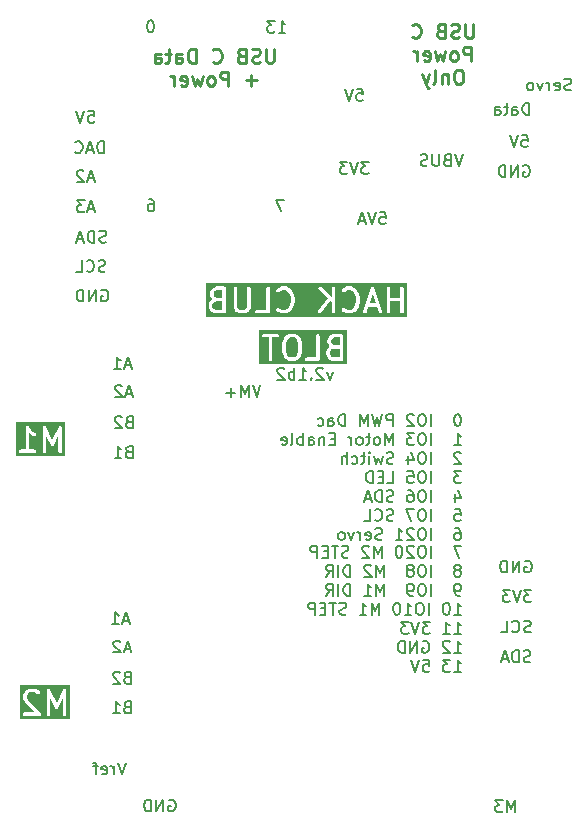
<source format=gbo>
%TF.GenerationSoftware,KiCad,Pcbnew,7.0.11-7.0.11~ubuntu22.04.1*%
%TF.CreationDate,2024-03-24T21:54:49+08:00*%
%TF.ProjectId,motor-controller-pcb,6d6f746f-722d-4636-9f6e-74726f6c6c65,2.1b2*%
%TF.SameCoordinates,Original*%
%TF.FileFunction,Legend,Bot*%
%TF.FilePolarity,Positive*%
%FSLAX46Y46*%
G04 Gerber Fmt 4.6, Leading zero omitted, Abs format (unit mm)*
G04 Created by KiCad (PCBNEW 7.0.11-7.0.11~ubuntu22.04.1) date 2024-03-24 21:54:49*
%MOMM*%
%LPD*%
G01*
G04 APERTURE LIST*
%ADD10C,0.150000*%
%ADD11C,0.300000*%
%ADD12C,0.250000*%
G04 APERTURE END LIST*
D10*
X142648458Y-106179819D02*
X141981792Y-106179819D01*
X141981792Y-106179819D02*
X142410363Y-107179819D01*
X140077029Y-107179819D02*
X140077029Y-106179819D01*
X139410363Y-106179819D02*
X139219887Y-106179819D01*
X139219887Y-106179819D02*
X139124649Y-106227438D01*
X139124649Y-106227438D02*
X139029411Y-106322676D01*
X139029411Y-106322676D02*
X138981792Y-106513152D01*
X138981792Y-106513152D02*
X138981792Y-106846485D01*
X138981792Y-106846485D02*
X139029411Y-107036961D01*
X139029411Y-107036961D02*
X139124649Y-107132200D01*
X139124649Y-107132200D02*
X139219887Y-107179819D01*
X139219887Y-107179819D02*
X139410363Y-107179819D01*
X139410363Y-107179819D02*
X139505601Y-107132200D01*
X139505601Y-107132200D02*
X139600839Y-107036961D01*
X139600839Y-107036961D02*
X139648458Y-106846485D01*
X139648458Y-106846485D02*
X139648458Y-106513152D01*
X139648458Y-106513152D02*
X139600839Y-106322676D01*
X139600839Y-106322676D02*
X139505601Y-106227438D01*
X139505601Y-106227438D02*
X139410363Y-106179819D01*
X138600839Y-106275057D02*
X138553220Y-106227438D01*
X138553220Y-106227438D02*
X138457982Y-106179819D01*
X138457982Y-106179819D02*
X138219887Y-106179819D01*
X138219887Y-106179819D02*
X138124649Y-106227438D01*
X138124649Y-106227438D02*
X138077030Y-106275057D01*
X138077030Y-106275057D02*
X138029411Y-106370295D01*
X138029411Y-106370295D02*
X138029411Y-106465533D01*
X138029411Y-106465533D02*
X138077030Y-106608390D01*
X138077030Y-106608390D02*
X138648458Y-107179819D01*
X138648458Y-107179819D02*
X138029411Y-107179819D01*
X137410363Y-106179819D02*
X137315125Y-106179819D01*
X137315125Y-106179819D02*
X137219887Y-106227438D01*
X137219887Y-106227438D02*
X137172268Y-106275057D01*
X137172268Y-106275057D02*
X137124649Y-106370295D01*
X137124649Y-106370295D02*
X137077030Y-106560771D01*
X137077030Y-106560771D02*
X137077030Y-106798866D01*
X137077030Y-106798866D02*
X137124649Y-106989342D01*
X137124649Y-106989342D02*
X137172268Y-107084580D01*
X137172268Y-107084580D02*
X137219887Y-107132200D01*
X137219887Y-107132200D02*
X137315125Y-107179819D01*
X137315125Y-107179819D02*
X137410363Y-107179819D01*
X137410363Y-107179819D02*
X137505601Y-107132200D01*
X137505601Y-107132200D02*
X137553220Y-107084580D01*
X137553220Y-107084580D02*
X137600839Y-106989342D01*
X137600839Y-106989342D02*
X137648458Y-106798866D01*
X137648458Y-106798866D02*
X137648458Y-106560771D01*
X137648458Y-106560771D02*
X137600839Y-106370295D01*
X137600839Y-106370295D02*
X137553220Y-106275057D01*
X137553220Y-106275057D02*
X137505601Y-106227438D01*
X137505601Y-106227438D02*
X137410363Y-106179819D01*
X135886553Y-107179819D02*
X135886553Y-106179819D01*
X135886553Y-106179819D02*
X135553220Y-106894104D01*
X135553220Y-106894104D02*
X135219887Y-106179819D01*
X135219887Y-106179819D02*
X135219887Y-107179819D01*
X134791315Y-106275057D02*
X134743696Y-106227438D01*
X134743696Y-106227438D02*
X134648458Y-106179819D01*
X134648458Y-106179819D02*
X134410363Y-106179819D01*
X134410363Y-106179819D02*
X134315125Y-106227438D01*
X134315125Y-106227438D02*
X134267506Y-106275057D01*
X134267506Y-106275057D02*
X134219887Y-106370295D01*
X134219887Y-106370295D02*
X134219887Y-106465533D01*
X134219887Y-106465533D02*
X134267506Y-106608390D01*
X134267506Y-106608390D02*
X134838934Y-107179819D01*
X134838934Y-107179819D02*
X134219887Y-107179819D01*
X133077029Y-107132200D02*
X132934172Y-107179819D01*
X132934172Y-107179819D02*
X132696077Y-107179819D01*
X132696077Y-107179819D02*
X132600839Y-107132200D01*
X132600839Y-107132200D02*
X132553220Y-107084580D01*
X132553220Y-107084580D02*
X132505601Y-106989342D01*
X132505601Y-106989342D02*
X132505601Y-106894104D01*
X132505601Y-106894104D02*
X132553220Y-106798866D01*
X132553220Y-106798866D02*
X132600839Y-106751247D01*
X132600839Y-106751247D02*
X132696077Y-106703628D01*
X132696077Y-106703628D02*
X132886553Y-106656009D01*
X132886553Y-106656009D02*
X132981791Y-106608390D01*
X132981791Y-106608390D02*
X133029410Y-106560771D01*
X133029410Y-106560771D02*
X133077029Y-106465533D01*
X133077029Y-106465533D02*
X133077029Y-106370295D01*
X133077029Y-106370295D02*
X133029410Y-106275057D01*
X133029410Y-106275057D02*
X132981791Y-106227438D01*
X132981791Y-106227438D02*
X132886553Y-106179819D01*
X132886553Y-106179819D02*
X132648458Y-106179819D01*
X132648458Y-106179819D02*
X132505601Y-106227438D01*
X132219886Y-106179819D02*
X131648458Y-106179819D01*
X131934172Y-107179819D02*
X131934172Y-106179819D01*
X131315124Y-106656009D02*
X130981791Y-106656009D01*
X130838934Y-107179819D02*
X131315124Y-107179819D01*
X131315124Y-107179819D02*
X131315124Y-106179819D01*
X131315124Y-106179819D02*
X130838934Y-106179819D01*
X130410362Y-107179819D02*
X130410362Y-106179819D01*
X130410362Y-106179819D02*
X130029410Y-106179819D01*
X130029410Y-106179819D02*
X129934172Y-106227438D01*
X129934172Y-106227438D02*
X129886553Y-106275057D01*
X129886553Y-106275057D02*
X129838934Y-106370295D01*
X129838934Y-106370295D02*
X129838934Y-106513152D01*
X129838934Y-106513152D02*
X129886553Y-106608390D01*
X129886553Y-106608390D02*
X129934172Y-106656009D01*
X129934172Y-106656009D02*
X130029410Y-106703628D01*
X130029410Y-106703628D02*
X130410362Y-106703628D01*
X142410363Y-108218390D02*
X142505601Y-108170771D01*
X142505601Y-108170771D02*
X142553220Y-108123152D01*
X142553220Y-108123152D02*
X142600839Y-108027914D01*
X142600839Y-108027914D02*
X142600839Y-107980295D01*
X142600839Y-107980295D02*
X142553220Y-107885057D01*
X142553220Y-107885057D02*
X142505601Y-107837438D01*
X142505601Y-107837438D02*
X142410363Y-107789819D01*
X142410363Y-107789819D02*
X142219887Y-107789819D01*
X142219887Y-107789819D02*
X142124649Y-107837438D01*
X142124649Y-107837438D02*
X142077030Y-107885057D01*
X142077030Y-107885057D02*
X142029411Y-107980295D01*
X142029411Y-107980295D02*
X142029411Y-108027914D01*
X142029411Y-108027914D02*
X142077030Y-108123152D01*
X142077030Y-108123152D02*
X142124649Y-108170771D01*
X142124649Y-108170771D02*
X142219887Y-108218390D01*
X142219887Y-108218390D02*
X142410363Y-108218390D01*
X142410363Y-108218390D02*
X142505601Y-108266009D01*
X142505601Y-108266009D02*
X142553220Y-108313628D01*
X142553220Y-108313628D02*
X142600839Y-108408866D01*
X142600839Y-108408866D02*
X142600839Y-108599342D01*
X142600839Y-108599342D02*
X142553220Y-108694580D01*
X142553220Y-108694580D02*
X142505601Y-108742200D01*
X142505601Y-108742200D02*
X142410363Y-108789819D01*
X142410363Y-108789819D02*
X142219887Y-108789819D01*
X142219887Y-108789819D02*
X142124649Y-108742200D01*
X142124649Y-108742200D02*
X142077030Y-108694580D01*
X142077030Y-108694580D02*
X142029411Y-108599342D01*
X142029411Y-108599342D02*
X142029411Y-108408866D01*
X142029411Y-108408866D02*
X142077030Y-108313628D01*
X142077030Y-108313628D02*
X142124649Y-108266009D01*
X142124649Y-108266009D02*
X142219887Y-108218390D01*
X140077029Y-108789819D02*
X140077029Y-107789819D01*
X139410363Y-107789819D02*
X139219887Y-107789819D01*
X139219887Y-107789819D02*
X139124649Y-107837438D01*
X139124649Y-107837438D02*
X139029411Y-107932676D01*
X139029411Y-107932676D02*
X138981792Y-108123152D01*
X138981792Y-108123152D02*
X138981792Y-108456485D01*
X138981792Y-108456485D02*
X139029411Y-108646961D01*
X139029411Y-108646961D02*
X139124649Y-108742200D01*
X139124649Y-108742200D02*
X139219887Y-108789819D01*
X139219887Y-108789819D02*
X139410363Y-108789819D01*
X139410363Y-108789819D02*
X139505601Y-108742200D01*
X139505601Y-108742200D02*
X139600839Y-108646961D01*
X139600839Y-108646961D02*
X139648458Y-108456485D01*
X139648458Y-108456485D02*
X139648458Y-108123152D01*
X139648458Y-108123152D02*
X139600839Y-107932676D01*
X139600839Y-107932676D02*
X139505601Y-107837438D01*
X139505601Y-107837438D02*
X139410363Y-107789819D01*
X138410363Y-108218390D02*
X138505601Y-108170771D01*
X138505601Y-108170771D02*
X138553220Y-108123152D01*
X138553220Y-108123152D02*
X138600839Y-108027914D01*
X138600839Y-108027914D02*
X138600839Y-107980295D01*
X138600839Y-107980295D02*
X138553220Y-107885057D01*
X138553220Y-107885057D02*
X138505601Y-107837438D01*
X138505601Y-107837438D02*
X138410363Y-107789819D01*
X138410363Y-107789819D02*
X138219887Y-107789819D01*
X138219887Y-107789819D02*
X138124649Y-107837438D01*
X138124649Y-107837438D02*
X138077030Y-107885057D01*
X138077030Y-107885057D02*
X138029411Y-107980295D01*
X138029411Y-107980295D02*
X138029411Y-108027914D01*
X138029411Y-108027914D02*
X138077030Y-108123152D01*
X138077030Y-108123152D02*
X138124649Y-108170771D01*
X138124649Y-108170771D02*
X138219887Y-108218390D01*
X138219887Y-108218390D02*
X138410363Y-108218390D01*
X138410363Y-108218390D02*
X138505601Y-108266009D01*
X138505601Y-108266009D02*
X138553220Y-108313628D01*
X138553220Y-108313628D02*
X138600839Y-108408866D01*
X138600839Y-108408866D02*
X138600839Y-108599342D01*
X138600839Y-108599342D02*
X138553220Y-108694580D01*
X138553220Y-108694580D02*
X138505601Y-108742200D01*
X138505601Y-108742200D02*
X138410363Y-108789819D01*
X138410363Y-108789819D02*
X138219887Y-108789819D01*
X138219887Y-108789819D02*
X138124649Y-108742200D01*
X138124649Y-108742200D02*
X138077030Y-108694580D01*
X138077030Y-108694580D02*
X138029411Y-108599342D01*
X138029411Y-108599342D02*
X138029411Y-108408866D01*
X138029411Y-108408866D02*
X138077030Y-108313628D01*
X138077030Y-108313628D02*
X138124649Y-108266009D01*
X138124649Y-108266009D02*
X138219887Y-108218390D01*
X136077029Y-108789819D02*
X136077029Y-107789819D01*
X136077029Y-107789819D02*
X135743696Y-108504104D01*
X135743696Y-108504104D02*
X135410363Y-107789819D01*
X135410363Y-107789819D02*
X135410363Y-108789819D01*
X134981791Y-107885057D02*
X134934172Y-107837438D01*
X134934172Y-107837438D02*
X134838934Y-107789819D01*
X134838934Y-107789819D02*
X134600839Y-107789819D01*
X134600839Y-107789819D02*
X134505601Y-107837438D01*
X134505601Y-107837438D02*
X134457982Y-107885057D01*
X134457982Y-107885057D02*
X134410363Y-107980295D01*
X134410363Y-107980295D02*
X134410363Y-108075533D01*
X134410363Y-108075533D02*
X134457982Y-108218390D01*
X134457982Y-108218390D02*
X135029410Y-108789819D01*
X135029410Y-108789819D02*
X134410363Y-108789819D01*
X133219886Y-108789819D02*
X133219886Y-107789819D01*
X133219886Y-107789819D02*
X132981791Y-107789819D01*
X132981791Y-107789819D02*
X132838934Y-107837438D01*
X132838934Y-107837438D02*
X132743696Y-107932676D01*
X132743696Y-107932676D02*
X132696077Y-108027914D01*
X132696077Y-108027914D02*
X132648458Y-108218390D01*
X132648458Y-108218390D02*
X132648458Y-108361247D01*
X132648458Y-108361247D02*
X132696077Y-108551723D01*
X132696077Y-108551723D02*
X132743696Y-108646961D01*
X132743696Y-108646961D02*
X132838934Y-108742200D01*
X132838934Y-108742200D02*
X132981791Y-108789819D01*
X132981791Y-108789819D02*
X133219886Y-108789819D01*
X132219886Y-108789819D02*
X132219886Y-107789819D01*
X131172268Y-108789819D02*
X131505601Y-108313628D01*
X131743696Y-108789819D02*
X131743696Y-107789819D01*
X131743696Y-107789819D02*
X131362744Y-107789819D01*
X131362744Y-107789819D02*
X131267506Y-107837438D01*
X131267506Y-107837438D02*
X131219887Y-107885057D01*
X131219887Y-107885057D02*
X131172268Y-107980295D01*
X131172268Y-107980295D02*
X131172268Y-108123152D01*
X131172268Y-108123152D02*
X131219887Y-108218390D01*
X131219887Y-108218390D02*
X131267506Y-108266009D01*
X131267506Y-108266009D02*
X131362744Y-108313628D01*
X131362744Y-108313628D02*
X131743696Y-108313628D01*
X142505601Y-110399819D02*
X142315125Y-110399819D01*
X142315125Y-110399819D02*
X142219887Y-110352200D01*
X142219887Y-110352200D02*
X142172268Y-110304580D01*
X142172268Y-110304580D02*
X142077030Y-110161723D01*
X142077030Y-110161723D02*
X142029411Y-109971247D01*
X142029411Y-109971247D02*
X142029411Y-109590295D01*
X142029411Y-109590295D02*
X142077030Y-109495057D01*
X142077030Y-109495057D02*
X142124649Y-109447438D01*
X142124649Y-109447438D02*
X142219887Y-109399819D01*
X142219887Y-109399819D02*
X142410363Y-109399819D01*
X142410363Y-109399819D02*
X142505601Y-109447438D01*
X142505601Y-109447438D02*
X142553220Y-109495057D01*
X142553220Y-109495057D02*
X142600839Y-109590295D01*
X142600839Y-109590295D02*
X142600839Y-109828390D01*
X142600839Y-109828390D02*
X142553220Y-109923628D01*
X142553220Y-109923628D02*
X142505601Y-109971247D01*
X142505601Y-109971247D02*
X142410363Y-110018866D01*
X142410363Y-110018866D02*
X142219887Y-110018866D01*
X142219887Y-110018866D02*
X142124649Y-109971247D01*
X142124649Y-109971247D02*
X142077030Y-109923628D01*
X142077030Y-109923628D02*
X142029411Y-109828390D01*
X140077029Y-110399819D02*
X140077029Y-109399819D01*
X139410363Y-109399819D02*
X139219887Y-109399819D01*
X139219887Y-109399819D02*
X139124649Y-109447438D01*
X139124649Y-109447438D02*
X139029411Y-109542676D01*
X139029411Y-109542676D02*
X138981792Y-109733152D01*
X138981792Y-109733152D02*
X138981792Y-110066485D01*
X138981792Y-110066485D02*
X139029411Y-110256961D01*
X139029411Y-110256961D02*
X139124649Y-110352200D01*
X139124649Y-110352200D02*
X139219887Y-110399819D01*
X139219887Y-110399819D02*
X139410363Y-110399819D01*
X139410363Y-110399819D02*
X139505601Y-110352200D01*
X139505601Y-110352200D02*
X139600839Y-110256961D01*
X139600839Y-110256961D02*
X139648458Y-110066485D01*
X139648458Y-110066485D02*
X139648458Y-109733152D01*
X139648458Y-109733152D02*
X139600839Y-109542676D01*
X139600839Y-109542676D02*
X139505601Y-109447438D01*
X139505601Y-109447438D02*
X139410363Y-109399819D01*
X138505601Y-110399819D02*
X138315125Y-110399819D01*
X138315125Y-110399819D02*
X138219887Y-110352200D01*
X138219887Y-110352200D02*
X138172268Y-110304580D01*
X138172268Y-110304580D02*
X138077030Y-110161723D01*
X138077030Y-110161723D02*
X138029411Y-109971247D01*
X138029411Y-109971247D02*
X138029411Y-109590295D01*
X138029411Y-109590295D02*
X138077030Y-109495057D01*
X138077030Y-109495057D02*
X138124649Y-109447438D01*
X138124649Y-109447438D02*
X138219887Y-109399819D01*
X138219887Y-109399819D02*
X138410363Y-109399819D01*
X138410363Y-109399819D02*
X138505601Y-109447438D01*
X138505601Y-109447438D02*
X138553220Y-109495057D01*
X138553220Y-109495057D02*
X138600839Y-109590295D01*
X138600839Y-109590295D02*
X138600839Y-109828390D01*
X138600839Y-109828390D02*
X138553220Y-109923628D01*
X138553220Y-109923628D02*
X138505601Y-109971247D01*
X138505601Y-109971247D02*
X138410363Y-110018866D01*
X138410363Y-110018866D02*
X138219887Y-110018866D01*
X138219887Y-110018866D02*
X138124649Y-109971247D01*
X138124649Y-109971247D02*
X138077030Y-109923628D01*
X138077030Y-109923628D02*
X138029411Y-109828390D01*
X136077029Y-110399819D02*
X136077029Y-109399819D01*
X136077029Y-109399819D02*
X135743696Y-110114104D01*
X135743696Y-110114104D02*
X135410363Y-109399819D01*
X135410363Y-109399819D02*
X135410363Y-110399819D01*
X134410363Y-110399819D02*
X134981791Y-110399819D01*
X134696077Y-110399819D02*
X134696077Y-109399819D01*
X134696077Y-109399819D02*
X134791315Y-109542676D01*
X134791315Y-109542676D02*
X134886553Y-109637914D01*
X134886553Y-109637914D02*
X134981791Y-109685533D01*
X133219886Y-110399819D02*
X133219886Y-109399819D01*
X133219886Y-109399819D02*
X132981791Y-109399819D01*
X132981791Y-109399819D02*
X132838934Y-109447438D01*
X132838934Y-109447438D02*
X132743696Y-109542676D01*
X132743696Y-109542676D02*
X132696077Y-109637914D01*
X132696077Y-109637914D02*
X132648458Y-109828390D01*
X132648458Y-109828390D02*
X132648458Y-109971247D01*
X132648458Y-109971247D02*
X132696077Y-110161723D01*
X132696077Y-110161723D02*
X132743696Y-110256961D01*
X132743696Y-110256961D02*
X132838934Y-110352200D01*
X132838934Y-110352200D02*
X132981791Y-110399819D01*
X132981791Y-110399819D02*
X133219886Y-110399819D01*
X132219886Y-110399819D02*
X132219886Y-109399819D01*
X131172268Y-110399819D02*
X131505601Y-109923628D01*
X131743696Y-110399819D02*
X131743696Y-109399819D01*
X131743696Y-109399819D02*
X131362744Y-109399819D01*
X131362744Y-109399819D02*
X131267506Y-109447438D01*
X131267506Y-109447438D02*
X131219887Y-109495057D01*
X131219887Y-109495057D02*
X131172268Y-109590295D01*
X131172268Y-109590295D02*
X131172268Y-109733152D01*
X131172268Y-109733152D02*
X131219887Y-109828390D01*
X131219887Y-109828390D02*
X131267506Y-109876009D01*
X131267506Y-109876009D02*
X131362744Y-109923628D01*
X131362744Y-109923628D02*
X131743696Y-109923628D01*
X142029411Y-112009819D02*
X142600839Y-112009819D01*
X142315125Y-112009819D02*
X142315125Y-111009819D01*
X142315125Y-111009819D02*
X142410363Y-111152676D01*
X142410363Y-111152676D02*
X142505601Y-111247914D01*
X142505601Y-111247914D02*
X142600839Y-111295533D01*
X141410363Y-111009819D02*
X141315125Y-111009819D01*
X141315125Y-111009819D02*
X141219887Y-111057438D01*
X141219887Y-111057438D02*
X141172268Y-111105057D01*
X141172268Y-111105057D02*
X141124649Y-111200295D01*
X141124649Y-111200295D02*
X141077030Y-111390771D01*
X141077030Y-111390771D02*
X141077030Y-111628866D01*
X141077030Y-111628866D02*
X141124649Y-111819342D01*
X141124649Y-111819342D02*
X141172268Y-111914580D01*
X141172268Y-111914580D02*
X141219887Y-111962200D01*
X141219887Y-111962200D02*
X141315125Y-112009819D01*
X141315125Y-112009819D02*
X141410363Y-112009819D01*
X141410363Y-112009819D02*
X141505601Y-111962200D01*
X141505601Y-111962200D02*
X141553220Y-111914580D01*
X141553220Y-111914580D02*
X141600839Y-111819342D01*
X141600839Y-111819342D02*
X141648458Y-111628866D01*
X141648458Y-111628866D02*
X141648458Y-111390771D01*
X141648458Y-111390771D02*
X141600839Y-111200295D01*
X141600839Y-111200295D02*
X141553220Y-111105057D01*
X141553220Y-111105057D02*
X141505601Y-111057438D01*
X141505601Y-111057438D02*
X141410363Y-111009819D01*
X139886553Y-112009819D02*
X139886553Y-111009819D01*
X139219887Y-111009819D02*
X139029411Y-111009819D01*
X139029411Y-111009819D02*
X138934173Y-111057438D01*
X138934173Y-111057438D02*
X138838935Y-111152676D01*
X138838935Y-111152676D02*
X138791316Y-111343152D01*
X138791316Y-111343152D02*
X138791316Y-111676485D01*
X138791316Y-111676485D02*
X138838935Y-111866961D01*
X138838935Y-111866961D02*
X138934173Y-111962200D01*
X138934173Y-111962200D02*
X139029411Y-112009819D01*
X139029411Y-112009819D02*
X139219887Y-112009819D01*
X139219887Y-112009819D02*
X139315125Y-111962200D01*
X139315125Y-111962200D02*
X139410363Y-111866961D01*
X139410363Y-111866961D02*
X139457982Y-111676485D01*
X139457982Y-111676485D02*
X139457982Y-111343152D01*
X139457982Y-111343152D02*
X139410363Y-111152676D01*
X139410363Y-111152676D02*
X139315125Y-111057438D01*
X139315125Y-111057438D02*
X139219887Y-111009819D01*
X137838935Y-112009819D02*
X138410363Y-112009819D01*
X138124649Y-112009819D02*
X138124649Y-111009819D01*
X138124649Y-111009819D02*
X138219887Y-111152676D01*
X138219887Y-111152676D02*
X138315125Y-111247914D01*
X138315125Y-111247914D02*
X138410363Y-111295533D01*
X137219887Y-111009819D02*
X137124649Y-111009819D01*
X137124649Y-111009819D02*
X137029411Y-111057438D01*
X137029411Y-111057438D02*
X136981792Y-111105057D01*
X136981792Y-111105057D02*
X136934173Y-111200295D01*
X136934173Y-111200295D02*
X136886554Y-111390771D01*
X136886554Y-111390771D02*
X136886554Y-111628866D01*
X136886554Y-111628866D02*
X136934173Y-111819342D01*
X136934173Y-111819342D02*
X136981792Y-111914580D01*
X136981792Y-111914580D02*
X137029411Y-111962200D01*
X137029411Y-111962200D02*
X137124649Y-112009819D01*
X137124649Y-112009819D02*
X137219887Y-112009819D01*
X137219887Y-112009819D02*
X137315125Y-111962200D01*
X137315125Y-111962200D02*
X137362744Y-111914580D01*
X137362744Y-111914580D02*
X137410363Y-111819342D01*
X137410363Y-111819342D02*
X137457982Y-111628866D01*
X137457982Y-111628866D02*
X137457982Y-111390771D01*
X137457982Y-111390771D02*
X137410363Y-111200295D01*
X137410363Y-111200295D02*
X137362744Y-111105057D01*
X137362744Y-111105057D02*
X137315125Y-111057438D01*
X137315125Y-111057438D02*
X137219887Y-111009819D01*
X135696077Y-112009819D02*
X135696077Y-111009819D01*
X135696077Y-111009819D02*
X135362744Y-111724104D01*
X135362744Y-111724104D02*
X135029411Y-111009819D01*
X135029411Y-111009819D02*
X135029411Y-112009819D01*
X134029411Y-112009819D02*
X134600839Y-112009819D01*
X134315125Y-112009819D02*
X134315125Y-111009819D01*
X134315125Y-111009819D02*
X134410363Y-111152676D01*
X134410363Y-111152676D02*
X134505601Y-111247914D01*
X134505601Y-111247914D02*
X134600839Y-111295533D01*
X132886553Y-111962200D02*
X132743696Y-112009819D01*
X132743696Y-112009819D02*
X132505601Y-112009819D01*
X132505601Y-112009819D02*
X132410363Y-111962200D01*
X132410363Y-111962200D02*
X132362744Y-111914580D01*
X132362744Y-111914580D02*
X132315125Y-111819342D01*
X132315125Y-111819342D02*
X132315125Y-111724104D01*
X132315125Y-111724104D02*
X132362744Y-111628866D01*
X132362744Y-111628866D02*
X132410363Y-111581247D01*
X132410363Y-111581247D02*
X132505601Y-111533628D01*
X132505601Y-111533628D02*
X132696077Y-111486009D01*
X132696077Y-111486009D02*
X132791315Y-111438390D01*
X132791315Y-111438390D02*
X132838934Y-111390771D01*
X132838934Y-111390771D02*
X132886553Y-111295533D01*
X132886553Y-111295533D02*
X132886553Y-111200295D01*
X132886553Y-111200295D02*
X132838934Y-111105057D01*
X132838934Y-111105057D02*
X132791315Y-111057438D01*
X132791315Y-111057438D02*
X132696077Y-111009819D01*
X132696077Y-111009819D02*
X132457982Y-111009819D01*
X132457982Y-111009819D02*
X132315125Y-111057438D01*
X132029410Y-111009819D02*
X131457982Y-111009819D01*
X131743696Y-112009819D02*
X131743696Y-111009819D01*
X131124648Y-111486009D02*
X130791315Y-111486009D01*
X130648458Y-112009819D02*
X131124648Y-112009819D01*
X131124648Y-112009819D02*
X131124648Y-111009819D01*
X131124648Y-111009819D02*
X130648458Y-111009819D01*
X130219886Y-112009819D02*
X130219886Y-111009819D01*
X130219886Y-111009819D02*
X129838934Y-111009819D01*
X129838934Y-111009819D02*
X129743696Y-111057438D01*
X129743696Y-111057438D02*
X129696077Y-111105057D01*
X129696077Y-111105057D02*
X129648458Y-111200295D01*
X129648458Y-111200295D02*
X129648458Y-111343152D01*
X129648458Y-111343152D02*
X129696077Y-111438390D01*
X129696077Y-111438390D02*
X129743696Y-111486009D01*
X129743696Y-111486009D02*
X129838934Y-111533628D01*
X129838934Y-111533628D02*
X130219886Y-111533628D01*
X142029411Y-113619819D02*
X142600839Y-113619819D01*
X142315125Y-113619819D02*
X142315125Y-112619819D01*
X142315125Y-112619819D02*
X142410363Y-112762676D01*
X142410363Y-112762676D02*
X142505601Y-112857914D01*
X142505601Y-112857914D02*
X142600839Y-112905533D01*
X141077030Y-113619819D02*
X141648458Y-113619819D01*
X141362744Y-113619819D02*
X141362744Y-112619819D01*
X141362744Y-112619819D02*
X141457982Y-112762676D01*
X141457982Y-112762676D02*
X141553220Y-112857914D01*
X141553220Y-112857914D02*
X141648458Y-112905533D01*
X139981791Y-112619819D02*
X139362744Y-112619819D01*
X139362744Y-112619819D02*
X139696077Y-113000771D01*
X139696077Y-113000771D02*
X139553220Y-113000771D01*
X139553220Y-113000771D02*
X139457982Y-113048390D01*
X139457982Y-113048390D02*
X139410363Y-113096009D01*
X139410363Y-113096009D02*
X139362744Y-113191247D01*
X139362744Y-113191247D02*
X139362744Y-113429342D01*
X139362744Y-113429342D02*
X139410363Y-113524580D01*
X139410363Y-113524580D02*
X139457982Y-113572200D01*
X139457982Y-113572200D02*
X139553220Y-113619819D01*
X139553220Y-113619819D02*
X139838934Y-113619819D01*
X139838934Y-113619819D02*
X139934172Y-113572200D01*
X139934172Y-113572200D02*
X139981791Y-113524580D01*
X139077029Y-112619819D02*
X138743696Y-113619819D01*
X138743696Y-113619819D02*
X138410363Y-112619819D01*
X138172267Y-112619819D02*
X137553220Y-112619819D01*
X137553220Y-112619819D02*
X137886553Y-113000771D01*
X137886553Y-113000771D02*
X137743696Y-113000771D01*
X137743696Y-113000771D02*
X137648458Y-113048390D01*
X137648458Y-113048390D02*
X137600839Y-113096009D01*
X137600839Y-113096009D02*
X137553220Y-113191247D01*
X137553220Y-113191247D02*
X137553220Y-113429342D01*
X137553220Y-113429342D02*
X137600839Y-113524580D01*
X137600839Y-113524580D02*
X137648458Y-113572200D01*
X137648458Y-113572200D02*
X137743696Y-113619819D01*
X137743696Y-113619819D02*
X138029410Y-113619819D01*
X138029410Y-113619819D02*
X138124648Y-113572200D01*
X138124648Y-113572200D02*
X138172267Y-113524580D01*
X142029411Y-115229819D02*
X142600839Y-115229819D01*
X142315125Y-115229819D02*
X142315125Y-114229819D01*
X142315125Y-114229819D02*
X142410363Y-114372676D01*
X142410363Y-114372676D02*
X142505601Y-114467914D01*
X142505601Y-114467914D02*
X142600839Y-114515533D01*
X141648458Y-114325057D02*
X141600839Y-114277438D01*
X141600839Y-114277438D02*
X141505601Y-114229819D01*
X141505601Y-114229819D02*
X141267506Y-114229819D01*
X141267506Y-114229819D02*
X141172268Y-114277438D01*
X141172268Y-114277438D02*
X141124649Y-114325057D01*
X141124649Y-114325057D02*
X141077030Y-114420295D01*
X141077030Y-114420295D02*
X141077030Y-114515533D01*
X141077030Y-114515533D02*
X141124649Y-114658390D01*
X141124649Y-114658390D02*
X141696077Y-115229819D01*
X141696077Y-115229819D02*
X141077030Y-115229819D01*
X139362744Y-114277438D02*
X139457982Y-114229819D01*
X139457982Y-114229819D02*
X139600839Y-114229819D01*
X139600839Y-114229819D02*
X139743696Y-114277438D01*
X139743696Y-114277438D02*
X139838934Y-114372676D01*
X139838934Y-114372676D02*
X139886553Y-114467914D01*
X139886553Y-114467914D02*
X139934172Y-114658390D01*
X139934172Y-114658390D02*
X139934172Y-114801247D01*
X139934172Y-114801247D02*
X139886553Y-114991723D01*
X139886553Y-114991723D02*
X139838934Y-115086961D01*
X139838934Y-115086961D02*
X139743696Y-115182200D01*
X139743696Y-115182200D02*
X139600839Y-115229819D01*
X139600839Y-115229819D02*
X139505601Y-115229819D01*
X139505601Y-115229819D02*
X139362744Y-115182200D01*
X139362744Y-115182200D02*
X139315125Y-115134580D01*
X139315125Y-115134580D02*
X139315125Y-114801247D01*
X139315125Y-114801247D02*
X139505601Y-114801247D01*
X138886553Y-115229819D02*
X138886553Y-114229819D01*
X138886553Y-114229819D02*
X138315125Y-115229819D01*
X138315125Y-115229819D02*
X138315125Y-114229819D01*
X137838934Y-115229819D02*
X137838934Y-114229819D01*
X137838934Y-114229819D02*
X137600839Y-114229819D01*
X137600839Y-114229819D02*
X137457982Y-114277438D01*
X137457982Y-114277438D02*
X137362744Y-114372676D01*
X137362744Y-114372676D02*
X137315125Y-114467914D01*
X137315125Y-114467914D02*
X137267506Y-114658390D01*
X137267506Y-114658390D02*
X137267506Y-114801247D01*
X137267506Y-114801247D02*
X137315125Y-114991723D01*
X137315125Y-114991723D02*
X137362744Y-115086961D01*
X137362744Y-115086961D02*
X137457982Y-115182200D01*
X137457982Y-115182200D02*
X137600839Y-115229819D01*
X137600839Y-115229819D02*
X137838934Y-115229819D01*
X142029411Y-116839819D02*
X142600839Y-116839819D01*
X142315125Y-116839819D02*
X142315125Y-115839819D01*
X142315125Y-115839819D02*
X142410363Y-115982676D01*
X142410363Y-115982676D02*
X142505601Y-116077914D01*
X142505601Y-116077914D02*
X142600839Y-116125533D01*
X141696077Y-115839819D02*
X141077030Y-115839819D01*
X141077030Y-115839819D02*
X141410363Y-116220771D01*
X141410363Y-116220771D02*
X141267506Y-116220771D01*
X141267506Y-116220771D02*
X141172268Y-116268390D01*
X141172268Y-116268390D02*
X141124649Y-116316009D01*
X141124649Y-116316009D02*
X141077030Y-116411247D01*
X141077030Y-116411247D02*
X141077030Y-116649342D01*
X141077030Y-116649342D02*
X141124649Y-116744580D01*
X141124649Y-116744580D02*
X141172268Y-116792200D01*
X141172268Y-116792200D02*
X141267506Y-116839819D01*
X141267506Y-116839819D02*
X141553220Y-116839819D01*
X141553220Y-116839819D02*
X141648458Y-116792200D01*
X141648458Y-116792200D02*
X141696077Y-116744580D01*
X139410363Y-115839819D02*
X139886553Y-115839819D01*
X139886553Y-115839819D02*
X139934172Y-116316009D01*
X139934172Y-116316009D02*
X139886553Y-116268390D01*
X139886553Y-116268390D02*
X139791315Y-116220771D01*
X139791315Y-116220771D02*
X139553220Y-116220771D01*
X139553220Y-116220771D02*
X139457982Y-116268390D01*
X139457982Y-116268390D02*
X139410363Y-116316009D01*
X139410363Y-116316009D02*
X139362744Y-116411247D01*
X139362744Y-116411247D02*
X139362744Y-116649342D01*
X139362744Y-116649342D02*
X139410363Y-116744580D01*
X139410363Y-116744580D02*
X139457982Y-116792200D01*
X139457982Y-116792200D02*
X139553220Y-116839819D01*
X139553220Y-116839819D02*
X139791315Y-116839819D01*
X139791315Y-116839819D02*
X139886553Y-116792200D01*
X139886553Y-116792200D02*
X139934172Y-116744580D01*
X139077029Y-115839819D02*
X138743696Y-116839819D01*
X138743696Y-116839819D02*
X138410363Y-115839819D01*
X134798458Y-73679819D02*
X134179411Y-73679819D01*
X134179411Y-73679819D02*
X134512744Y-74060771D01*
X134512744Y-74060771D02*
X134369887Y-74060771D01*
X134369887Y-74060771D02*
X134274649Y-74108390D01*
X134274649Y-74108390D02*
X134227030Y-74156009D01*
X134227030Y-74156009D02*
X134179411Y-74251247D01*
X134179411Y-74251247D02*
X134179411Y-74489342D01*
X134179411Y-74489342D02*
X134227030Y-74584580D01*
X134227030Y-74584580D02*
X134274649Y-74632200D01*
X134274649Y-74632200D02*
X134369887Y-74679819D01*
X134369887Y-74679819D02*
X134655601Y-74679819D01*
X134655601Y-74679819D02*
X134750839Y-74632200D01*
X134750839Y-74632200D02*
X134798458Y-74584580D01*
X133893696Y-73679819D02*
X133560363Y-74679819D01*
X133560363Y-74679819D02*
X133227030Y-73679819D01*
X132988934Y-73679819D02*
X132369887Y-73679819D01*
X132369887Y-73679819D02*
X132703220Y-74060771D01*
X132703220Y-74060771D02*
X132560363Y-74060771D01*
X132560363Y-74060771D02*
X132465125Y-74108390D01*
X132465125Y-74108390D02*
X132417506Y-74156009D01*
X132417506Y-74156009D02*
X132369887Y-74251247D01*
X132369887Y-74251247D02*
X132369887Y-74489342D01*
X132369887Y-74489342D02*
X132417506Y-74584580D01*
X132417506Y-74584580D02*
X132465125Y-74632200D01*
X132465125Y-74632200D02*
X132560363Y-74679819D01*
X132560363Y-74679819D02*
X132846077Y-74679819D01*
X132846077Y-74679819D02*
X132941315Y-74632200D01*
X132941315Y-74632200D02*
X132988934Y-74584580D01*
X114339887Y-117316009D02*
X114197030Y-117363628D01*
X114197030Y-117363628D02*
X114149411Y-117411247D01*
X114149411Y-117411247D02*
X114101792Y-117506485D01*
X114101792Y-117506485D02*
X114101792Y-117649342D01*
X114101792Y-117649342D02*
X114149411Y-117744580D01*
X114149411Y-117744580D02*
X114197030Y-117792200D01*
X114197030Y-117792200D02*
X114292268Y-117839819D01*
X114292268Y-117839819D02*
X114673220Y-117839819D01*
X114673220Y-117839819D02*
X114673220Y-116839819D01*
X114673220Y-116839819D02*
X114339887Y-116839819D01*
X114339887Y-116839819D02*
X114244649Y-116887438D01*
X114244649Y-116887438D02*
X114197030Y-116935057D01*
X114197030Y-116935057D02*
X114149411Y-117030295D01*
X114149411Y-117030295D02*
X114149411Y-117125533D01*
X114149411Y-117125533D02*
X114197030Y-117220771D01*
X114197030Y-117220771D02*
X114244649Y-117268390D01*
X114244649Y-117268390D02*
X114339887Y-117316009D01*
X114339887Y-117316009D02*
X114673220Y-117316009D01*
X113720839Y-116935057D02*
X113673220Y-116887438D01*
X113673220Y-116887438D02*
X113577982Y-116839819D01*
X113577982Y-116839819D02*
X113339887Y-116839819D01*
X113339887Y-116839819D02*
X113244649Y-116887438D01*
X113244649Y-116887438D02*
X113197030Y-116935057D01*
X113197030Y-116935057D02*
X113149411Y-117030295D01*
X113149411Y-117030295D02*
X113149411Y-117125533D01*
X113149411Y-117125533D02*
X113197030Y-117268390D01*
X113197030Y-117268390D02*
X113768458Y-117839819D01*
X113768458Y-117839819D02*
X113149411Y-117839819D01*
X151930839Y-67582200D02*
X151787982Y-67629819D01*
X151787982Y-67629819D02*
X151549887Y-67629819D01*
X151549887Y-67629819D02*
X151454649Y-67582200D01*
X151454649Y-67582200D02*
X151407030Y-67534580D01*
X151407030Y-67534580D02*
X151359411Y-67439342D01*
X151359411Y-67439342D02*
X151359411Y-67344104D01*
X151359411Y-67344104D02*
X151407030Y-67248866D01*
X151407030Y-67248866D02*
X151454649Y-67201247D01*
X151454649Y-67201247D02*
X151549887Y-67153628D01*
X151549887Y-67153628D02*
X151740363Y-67106009D01*
X151740363Y-67106009D02*
X151835601Y-67058390D01*
X151835601Y-67058390D02*
X151883220Y-67010771D01*
X151883220Y-67010771D02*
X151930839Y-66915533D01*
X151930839Y-66915533D02*
X151930839Y-66820295D01*
X151930839Y-66820295D02*
X151883220Y-66725057D01*
X151883220Y-66725057D02*
X151835601Y-66677438D01*
X151835601Y-66677438D02*
X151740363Y-66629819D01*
X151740363Y-66629819D02*
X151502268Y-66629819D01*
X151502268Y-66629819D02*
X151359411Y-66677438D01*
X150549887Y-67582200D02*
X150645125Y-67629819D01*
X150645125Y-67629819D02*
X150835601Y-67629819D01*
X150835601Y-67629819D02*
X150930839Y-67582200D01*
X150930839Y-67582200D02*
X150978458Y-67486961D01*
X150978458Y-67486961D02*
X150978458Y-67106009D01*
X150978458Y-67106009D02*
X150930839Y-67010771D01*
X150930839Y-67010771D02*
X150835601Y-66963152D01*
X150835601Y-66963152D02*
X150645125Y-66963152D01*
X150645125Y-66963152D02*
X150549887Y-67010771D01*
X150549887Y-67010771D02*
X150502268Y-67106009D01*
X150502268Y-67106009D02*
X150502268Y-67201247D01*
X150502268Y-67201247D02*
X150978458Y-67296485D01*
X150073696Y-67629819D02*
X150073696Y-66963152D01*
X150073696Y-67153628D02*
X150026077Y-67058390D01*
X150026077Y-67058390D02*
X149978458Y-67010771D01*
X149978458Y-67010771D02*
X149883220Y-66963152D01*
X149883220Y-66963152D02*
X149787982Y-66963152D01*
X149549886Y-66963152D02*
X149311791Y-67629819D01*
X149311791Y-67629819D02*
X149073696Y-66963152D01*
X148549886Y-67629819D02*
X148645124Y-67582200D01*
X148645124Y-67582200D02*
X148692743Y-67534580D01*
X148692743Y-67534580D02*
X148740362Y-67439342D01*
X148740362Y-67439342D02*
X148740362Y-67153628D01*
X148740362Y-67153628D02*
X148692743Y-67058390D01*
X148692743Y-67058390D02*
X148645124Y-67010771D01*
X148645124Y-67010771D02*
X148549886Y-66963152D01*
X148549886Y-66963152D02*
X148407029Y-66963152D01*
X148407029Y-66963152D02*
X148311791Y-67010771D01*
X148311791Y-67010771D02*
X148264172Y-67058390D01*
X148264172Y-67058390D02*
X148216553Y-67153628D01*
X148216553Y-67153628D02*
X148216553Y-67439342D01*
X148216553Y-67439342D02*
X148264172Y-67534580D01*
X148264172Y-67534580D02*
X148311791Y-67582200D01*
X148311791Y-67582200D02*
X148407029Y-67629819D01*
X148407029Y-67629819D02*
X148549886Y-67629819D01*
X148558458Y-109939819D02*
X147939411Y-109939819D01*
X147939411Y-109939819D02*
X148272744Y-110320771D01*
X148272744Y-110320771D02*
X148129887Y-110320771D01*
X148129887Y-110320771D02*
X148034649Y-110368390D01*
X148034649Y-110368390D02*
X147987030Y-110416009D01*
X147987030Y-110416009D02*
X147939411Y-110511247D01*
X147939411Y-110511247D02*
X147939411Y-110749342D01*
X147939411Y-110749342D02*
X147987030Y-110844580D01*
X147987030Y-110844580D02*
X148034649Y-110892200D01*
X148034649Y-110892200D02*
X148129887Y-110939819D01*
X148129887Y-110939819D02*
X148415601Y-110939819D01*
X148415601Y-110939819D02*
X148510839Y-110892200D01*
X148510839Y-110892200D02*
X148558458Y-110844580D01*
X147653696Y-109939819D02*
X147320363Y-110939819D01*
X147320363Y-110939819D02*
X146987030Y-109939819D01*
X146748934Y-109939819D02*
X146129887Y-109939819D01*
X146129887Y-109939819D02*
X146463220Y-110320771D01*
X146463220Y-110320771D02*
X146320363Y-110320771D01*
X146320363Y-110320771D02*
X146225125Y-110368390D01*
X146225125Y-110368390D02*
X146177506Y-110416009D01*
X146177506Y-110416009D02*
X146129887Y-110511247D01*
X146129887Y-110511247D02*
X146129887Y-110749342D01*
X146129887Y-110749342D02*
X146177506Y-110844580D01*
X146177506Y-110844580D02*
X146225125Y-110892200D01*
X146225125Y-110892200D02*
X146320363Y-110939819D01*
X146320363Y-110939819D02*
X146606077Y-110939819D01*
X146606077Y-110939819D02*
X146701315Y-110892200D01*
X146701315Y-110892200D02*
X146748934Y-110844580D01*
X117869411Y-127717438D02*
X117964649Y-127669819D01*
X117964649Y-127669819D02*
X118107506Y-127669819D01*
X118107506Y-127669819D02*
X118250363Y-127717438D01*
X118250363Y-127717438D02*
X118345601Y-127812676D01*
X118345601Y-127812676D02*
X118393220Y-127907914D01*
X118393220Y-127907914D02*
X118440839Y-128098390D01*
X118440839Y-128098390D02*
X118440839Y-128241247D01*
X118440839Y-128241247D02*
X118393220Y-128431723D01*
X118393220Y-128431723D02*
X118345601Y-128526961D01*
X118345601Y-128526961D02*
X118250363Y-128622200D01*
X118250363Y-128622200D02*
X118107506Y-128669819D01*
X118107506Y-128669819D02*
X118012268Y-128669819D01*
X118012268Y-128669819D02*
X117869411Y-128622200D01*
X117869411Y-128622200D02*
X117821792Y-128574580D01*
X117821792Y-128574580D02*
X117821792Y-128241247D01*
X117821792Y-128241247D02*
X118012268Y-128241247D01*
X117393220Y-128669819D02*
X117393220Y-127669819D01*
X117393220Y-127669819D02*
X116821792Y-128669819D01*
X116821792Y-128669819D02*
X116821792Y-127669819D01*
X116345601Y-128669819D02*
X116345601Y-127669819D01*
X116345601Y-127669819D02*
X116107506Y-127669819D01*
X116107506Y-127669819D02*
X115964649Y-127717438D01*
X115964649Y-127717438D02*
X115869411Y-127812676D01*
X115869411Y-127812676D02*
X115821792Y-127907914D01*
X115821792Y-127907914D02*
X115774173Y-128098390D01*
X115774173Y-128098390D02*
X115774173Y-128241247D01*
X115774173Y-128241247D02*
X115821792Y-128431723D01*
X115821792Y-128431723D02*
X115869411Y-128526961D01*
X115869411Y-128526961D02*
X115964649Y-128622200D01*
X115964649Y-128622200D02*
X116107506Y-128669819D01*
X116107506Y-128669819D02*
X116345601Y-128669819D01*
X142756077Y-73009819D02*
X142422744Y-74009819D01*
X142422744Y-74009819D02*
X142089411Y-73009819D01*
X141422744Y-73486009D02*
X141279887Y-73533628D01*
X141279887Y-73533628D02*
X141232268Y-73581247D01*
X141232268Y-73581247D02*
X141184649Y-73676485D01*
X141184649Y-73676485D02*
X141184649Y-73819342D01*
X141184649Y-73819342D02*
X141232268Y-73914580D01*
X141232268Y-73914580D02*
X141279887Y-73962200D01*
X141279887Y-73962200D02*
X141375125Y-74009819D01*
X141375125Y-74009819D02*
X141756077Y-74009819D01*
X141756077Y-74009819D02*
X141756077Y-73009819D01*
X141756077Y-73009819D02*
X141422744Y-73009819D01*
X141422744Y-73009819D02*
X141327506Y-73057438D01*
X141327506Y-73057438D02*
X141279887Y-73105057D01*
X141279887Y-73105057D02*
X141232268Y-73200295D01*
X141232268Y-73200295D02*
X141232268Y-73295533D01*
X141232268Y-73295533D02*
X141279887Y-73390771D01*
X141279887Y-73390771D02*
X141327506Y-73438390D01*
X141327506Y-73438390D02*
X141422744Y-73486009D01*
X141422744Y-73486009D02*
X141756077Y-73486009D01*
X140756077Y-73009819D02*
X140756077Y-73819342D01*
X140756077Y-73819342D02*
X140708458Y-73914580D01*
X140708458Y-73914580D02*
X140660839Y-73962200D01*
X140660839Y-73962200D02*
X140565601Y-74009819D01*
X140565601Y-74009819D02*
X140375125Y-74009819D01*
X140375125Y-74009819D02*
X140279887Y-73962200D01*
X140279887Y-73962200D02*
X140232268Y-73914580D01*
X140232268Y-73914580D02*
X140184649Y-73819342D01*
X140184649Y-73819342D02*
X140184649Y-73009819D01*
X139756077Y-73962200D02*
X139613220Y-74009819D01*
X139613220Y-74009819D02*
X139375125Y-74009819D01*
X139375125Y-74009819D02*
X139279887Y-73962200D01*
X139279887Y-73962200D02*
X139232268Y-73914580D01*
X139232268Y-73914580D02*
X139184649Y-73819342D01*
X139184649Y-73819342D02*
X139184649Y-73724104D01*
X139184649Y-73724104D02*
X139232268Y-73628866D01*
X139232268Y-73628866D02*
X139279887Y-73581247D01*
X139279887Y-73581247D02*
X139375125Y-73533628D01*
X139375125Y-73533628D02*
X139565601Y-73486009D01*
X139565601Y-73486009D02*
X139660839Y-73438390D01*
X139660839Y-73438390D02*
X139708458Y-73390771D01*
X139708458Y-73390771D02*
X139756077Y-73295533D01*
X139756077Y-73295533D02*
X139756077Y-73200295D01*
X139756077Y-73200295D02*
X139708458Y-73105057D01*
X139708458Y-73105057D02*
X139660839Y-73057438D01*
X139660839Y-73057438D02*
X139565601Y-73009819D01*
X139565601Y-73009819D02*
X139327506Y-73009819D01*
X139327506Y-73009819D02*
X139184649Y-73057438D01*
X111550839Y-77644104D02*
X111074649Y-77644104D01*
X111646077Y-77929819D02*
X111312744Y-76929819D01*
X111312744Y-76929819D02*
X110979411Y-77929819D01*
X110741315Y-76929819D02*
X110122268Y-76929819D01*
X110122268Y-76929819D02*
X110455601Y-77310771D01*
X110455601Y-77310771D02*
X110312744Y-77310771D01*
X110312744Y-77310771D02*
X110217506Y-77358390D01*
X110217506Y-77358390D02*
X110169887Y-77406009D01*
X110169887Y-77406009D02*
X110122268Y-77501247D01*
X110122268Y-77501247D02*
X110122268Y-77739342D01*
X110122268Y-77739342D02*
X110169887Y-77834580D01*
X110169887Y-77834580D02*
X110217506Y-77882200D01*
X110217506Y-77882200D02*
X110312744Y-77929819D01*
X110312744Y-77929819D02*
X110598458Y-77929819D01*
X110598458Y-77929819D02*
X110693696Y-77882200D01*
X110693696Y-77882200D02*
X110741315Y-77834580D01*
D11*
G36*
X122408821Y-86209638D02*
G01*
X121832326Y-86209638D01*
X121695294Y-86141122D01*
X121634480Y-86080307D01*
X121565964Y-85943275D01*
X121565964Y-85728381D01*
X121634480Y-85591349D01*
X121687468Y-85538361D01*
X121916494Y-85462019D01*
X122408821Y-85462019D01*
X122408821Y-86209638D01*
G37*
G36*
X122408821Y-85162019D02*
G01*
X121927565Y-85162019D01*
X121790531Y-85093501D01*
X121729718Y-85032688D01*
X121661202Y-84895656D01*
X121661202Y-84776000D01*
X121729718Y-84638968D01*
X121790532Y-84578154D01*
X121927564Y-84509638D01*
X122408821Y-84509638D01*
X122408821Y-85162019D01*
G37*
G36*
X135398327Y-85638209D02*
G01*
X134862174Y-85638209D01*
X135130250Y-84833979D01*
X135398327Y-85638209D01*
G37*
G36*
X138042155Y-86795352D02*
G01*
X120980250Y-86795352D01*
X120980250Y-85978685D01*
X121265964Y-85978685D01*
X121274887Y-86011986D01*
X121281800Y-86045767D01*
X121377038Y-86236243D01*
X121393060Y-86254311D01*
X121405135Y-86275226D01*
X121500374Y-86370466D01*
X121521288Y-86382540D01*
X121539358Y-86398564D01*
X121729834Y-86493802D01*
X121763612Y-86500714D01*
X121796916Y-86509638D01*
X122558821Y-86509638D01*
X122633821Y-86489542D01*
X122688725Y-86434638D01*
X122708821Y-86359638D01*
X122708821Y-85978685D01*
X123361202Y-85978685D01*
X123370125Y-86011986D01*
X123377038Y-86045767D01*
X123472276Y-86236243D01*
X123488298Y-86254311D01*
X123500373Y-86275226D01*
X123595612Y-86370466D01*
X123616526Y-86382540D01*
X123634596Y-86398564D01*
X123825072Y-86493802D01*
X123858850Y-86500714D01*
X123892154Y-86509638D01*
X124273107Y-86509638D01*
X124306408Y-86500714D01*
X124340189Y-86493802D01*
X124530665Y-86398564D01*
X124548733Y-86382541D01*
X124569650Y-86370465D01*
X124580477Y-86359638D01*
X125170726Y-86359638D01*
X125190822Y-86434638D01*
X125245726Y-86489542D01*
X125320726Y-86509638D01*
X126273107Y-86509638D01*
X126348107Y-86489542D01*
X126403011Y-86434638D01*
X126423107Y-86359638D01*
X126423107Y-86207983D01*
X126985361Y-86207983D01*
X127024183Y-86275226D01*
X127119422Y-86370466D01*
X127149284Y-86387707D01*
X127178054Y-86406702D01*
X127463768Y-86501940D01*
X127487873Y-86503387D01*
X127511202Y-86509638D01*
X127701678Y-86509638D01*
X127725003Y-86503388D01*
X127749112Y-86501941D01*
X128034827Y-86406703D01*
X128063602Y-86387703D01*
X128093459Y-86370466D01*
X128122229Y-86341696D01*
X130505137Y-86341696D01*
X130516118Y-86418561D01*
X130564060Y-86479638D01*
X130636118Y-86508561D01*
X130712983Y-86497580D01*
X130774060Y-86449638D01*
X131527431Y-85445141D01*
X131646917Y-85564627D01*
X131646917Y-86359638D01*
X131667013Y-86434638D01*
X131721917Y-86489542D01*
X131796917Y-86509638D01*
X131871917Y-86489542D01*
X131926821Y-86434638D01*
X131946917Y-86359638D01*
X131946917Y-86207983D01*
X132509171Y-86207983D01*
X132547993Y-86275226D01*
X132643232Y-86370466D01*
X132673094Y-86387707D01*
X132701864Y-86406702D01*
X132987578Y-86501940D01*
X133011683Y-86503387D01*
X133035012Y-86509638D01*
X133225488Y-86509638D01*
X133248813Y-86503388D01*
X133272922Y-86501941D01*
X133558637Y-86406703D01*
X133584372Y-86389710D01*
X134316629Y-86389710D01*
X134351353Y-86459159D01*
X134416150Y-86501940D01*
X134493656Y-86506593D01*
X134563105Y-86471869D01*
X134605886Y-86407072D01*
X134762174Y-85938209D01*
X135498327Y-85938209D01*
X135654615Y-86407072D01*
X135697396Y-86471869D01*
X135766845Y-86506593D01*
X135844351Y-86501941D01*
X135909148Y-86459159D01*
X135943872Y-86389710D01*
X135942067Y-86359638D01*
X136313584Y-86359638D01*
X136333680Y-86434638D01*
X136388584Y-86489542D01*
X136463584Y-86509638D01*
X136538584Y-86489542D01*
X136593488Y-86434638D01*
X136613584Y-86359638D01*
X136613584Y-85462019D01*
X137456441Y-85462019D01*
X137456441Y-86359638D01*
X137476537Y-86434638D01*
X137531441Y-86489542D01*
X137606441Y-86509638D01*
X137681441Y-86489542D01*
X137736345Y-86434638D01*
X137756441Y-86359638D01*
X137756441Y-84359638D01*
X137736345Y-84284638D01*
X137681441Y-84229734D01*
X137606441Y-84209638D01*
X137531441Y-84229734D01*
X137476537Y-84284638D01*
X137456441Y-84359638D01*
X137456441Y-85162019D01*
X136613584Y-85162019D01*
X136613584Y-84359638D01*
X136593488Y-84284638D01*
X136538584Y-84229734D01*
X136463584Y-84209638D01*
X136388584Y-84229734D01*
X136333680Y-84284638D01*
X136313584Y-84359638D01*
X136313584Y-86359638D01*
X135942067Y-86359638D01*
X135939220Y-86312204D01*
X135272554Y-84312204D01*
X135255952Y-84287059D01*
X135242481Y-84260118D01*
X135234827Y-84255064D01*
X135229772Y-84247408D01*
X135202821Y-84233932D01*
X135177685Y-84217336D01*
X135168529Y-84216786D01*
X135160323Y-84212683D01*
X135130247Y-84214488D01*
X135100179Y-84212683D01*
X135091974Y-84216785D01*
X135082817Y-84217335D01*
X135057674Y-84233935D01*
X135030730Y-84247408D01*
X135025675Y-84255062D01*
X135018021Y-84260117D01*
X135004548Y-84287061D01*
X134987948Y-84312204D01*
X134321282Y-86312204D01*
X134316629Y-86389710D01*
X133584372Y-86389710D01*
X133587412Y-86387703D01*
X133617269Y-86370466D01*
X133807745Y-86179989D01*
X133819819Y-86159074D01*
X133835843Y-86141005D01*
X133931081Y-85950529D01*
X133934401Y-85934304D01*
X133942438Y-85919827D01*
X134037676Y-85538876D01*
X134037364Y-85520372D01*
X134042155Y-85502495D01*
X134042155Y-85216780D01*
X134037364Y-85198902D01*
X134037676Y-85180399D01*
X133942438Y-84799448D01*
X133934401Y-84784970D01*
X133931081Y-84768746D01*
X133835843Y-84578270D01*
X133819819Y-84560200D01*
X133807745Y-84539286D01*
X133617269Y-84348810D01*
X133587412Y-84331572D01*
X133558637Y-84312573D01*
X133272922Y-84217335D01*
X133248813Y-84215887D01*
X133225488Y-84209638D01*
X133035012Y-84209638D01*
X133011683Y-84215888D01*
X132987578Y-84217336D01*
X132701864Y-84312574D01*
X132673094Y-84331568D01*
X132643232Y-84348810D01*
X132547994Y-84444048D01*
X132509171Y-84511291D01*
X132509171Y-84588937D01*
X132547994Y-84656180D01*
X132615237Y-84695003D01*
X132692883Y-84695003D01*
X132760126Y-84656180D01*
X132830326Y-84585980D01*
X133059352Y-84509638D01*
X133201145Y-84509638D01*
X133430176Y-84585981D01*
X133578401Y-84734206D01*
X133655390Y-84888184D01*
X133742155Y-85235244D01*
X133742155Y-85484031D01*
X133655390Y-85831091D01*
X133578400Y-85985069D01*
X133430176Y-86133294D01*
X133201145Y-86209638D01*
X133059352Y-86209638D01*
X132830326Y-86133296D01*
X132760127Y-86063096D01*
X132692884Y-86024272D01*
X132615238Y-86024272D01*
X132547995Y-86063094D01*
X132509171Y-86130337D01*
X132509171Y-86207983D01*
X131946917Y-86207983D01*
X131946917Y-84359638D01*
X131926821Y-84284638D01*
X131871917Y-84229734D01*
X131796917Y-84209638D01*
X131721917Y-84229734D01*
X131667013Y-84284638D01*
X131646917Y-84359638D01*
X131646917Y-85140363D01*
X130760126Y-84253572D01*
X130692883Y-84214749D01*
X130615237Y-84214749D01*
X130547994Y-84253572D01*
X130509171Y-84320815D01*
X130509171Y-84398461D01*
X130547994Y-84465704D01*
X131313146Y-85230856D01*
X130534060Y-86269638D01*
X130505137Y-86341696D01*
X128122229Y-86341696D01*
X128283935Y-86179989D01*
X128296009Y-86159074D01*
X128312033Y-86141005D01*
X128407271Y-85950529D01*
X128410591Y-85934304D01*
X128418628Y-85919827D01*
X128513866Y-85538876D01*
X128513554Y-85520372D01*
X128518345Y-85502495D01*
X128518345Y-85216780D01*
X128513554Y-85198902D01*
X128513866Y-85180399D01*
X128418628Y-84799448D01*
X128410591Y-84784970D01*
X128407271Y-84768746D01*
X128312033Y-84578270D01*
X128296009Y-84560200D01*
X128283935Y-84539286D01*
X128093459Y-84348810D01*
X128063602Y-84331572D01*
X128034827Y-84312573D01*
X127749112Y-84217335D01*
X127725003Y-84215887D01*
X127701678Y-84209638D01*
X127511202Y-84209638D01*
X127487873Y-84215888D01*
X127463768Y-84217336D01*
X127178054Y-84312574D01*
X127149284Y-84331568D01*
X127119422Y-84348810D01*
X127024184Y-84444048D01*
X126985361Y-84511291D01*
X126985361Y-84588937D01*
X127024184Y-84656180D01*
X127091427Y-84695003D01*
X127169073Y-84695003D01*
X127236316Y-84656180D01*
X127306516Y-84585980D01*
X127535542Y-84509638D01*
X127677335Y-84509638D01*
X127906366Y-84585981D01*
X128054591Y-84734206D01*
X128131580Y-84888184D01*
X128218345Y-85235244D01*
X128218345Y-85484031D01*
X128131580Y-85831091D01*
X128054590Y-85985069D01*
X127906366Y-86133294D01*
X127677335Y-86209638D01*
X127535542Y-86209638D01*
X127306516Y-86133296D01*
X127236317Y-86063096D01*
X127169074Y-86024272D01*
X127091428Y-86024272D01*
X127024185Y-86063094D01*
X126985361Y-86130337D01*
X126985361Y-86207983D01*
X126423107Y-86207983D01*
X126423107Y-84359638D01*
X126403011Y-84284638D01*
X126348107Y-84229734D01*
X126273107Y-84209638D01*
X126198107Y-84229734D01*
X126143203Y-84284638D01*
X126123107Y-84359638D01*
X126123107Y-86209638D01*
X125320726Y-86209638D01*
X125245726Y-86229734D01*
X125190822Y-86284638D01*
X125170726Y-86359638D01*
X124580477Y-86359638D01*
X124664888Y-86275226D01*
X124676963Y-86254311D01*
X124692985Y-86236243D01*
X124788223Y-86045767D01*
X124795135Y-86011988D01*
X124804059Y-85978685D01*
X124804059Y-84359638D01*
X124783963Y-84284638D01*
X124729059Y-84229734D01*
X124654059Y-84209638D01*
X124579059Y-84229734D01*
X124524155Y-84284638D01*
X124504059Y-84359638D01*
X124504059Y-85943275D01*
X124435542Y-86080307D01*
X124374728Y-86141122D01*
X124237697Y-86209638D01*
X123927564Y-86209638D01*
X123790532Y-86141122D01*
X123729718Y-86080307D01*
X123661202Y-85943275D01*
X123661202Y-84359638D01*
X123641106Y-84284638D01*
X123586202Y-84229734D01*
X123511202Y-84209638D01*
X123436202Y-84229734D01*
X123381298Y-84284638D01*
X123361202Y-84359638D01*
X123361202Y-85978685D01*
X122708821Y-85978685D01*
X122708821Y-84359638D01*
X122688725Y-84284638D01*
X122633821Y-84229734D01*
X122558821Y-84209638D01*
X121892154Y-84209638D01*
X121858850Y-84218561D01*
X121825072Y-84225474D01*
X121634596Y-84320712D01*
X121616526Y-84336735D01*
X121595612Y-84348810D01*
X121500374Y-84444048D01*
X121488298Y-84464963D01*
X121472276Y-84483032D01*
X121377038Y-84673508D01*
X121370125Y-84707288D01*
X121361202Y-84740590D01*
X121361202Y-84931066D01*
X121370125Y-84964367D01*
X121377038Y-84998148D01*
X121472276Y-85188624D01*
X121488298Y-85206692D01*
X121500374Y-85227608D01*
X121546185Y-85273419D01*
X121530236Y-85283949D01*
X121500374Y-85301191D01*
X121405136Y-85396429D01*
X121393060Y-85417344D01*
X121377038Y-85435413D01*
X121281800Y-85625889D01*
X121274887Y-85659669D01*
X121265964Y-85692971D01*
X121265964Y-85978685D01*
X120980250Y-85978685D01*
X120980250Y-83923924D01*
X138042155Y-83923924D01*
X138042155Y-86795352D01*
G37*
D10*
X111047030Y-69339819D02*
X111523220Y-69339819D01*
X111523220Y-69339819D02*
X111570839Y-69816009D01*
X111570839Y-69816009D02*
X111523220Y-69768390D01*
X111523220Y-69768390D02*
X111427982Y-69720771D01*
X111427982Y-69720771D02*
X111189887Y-69720771D01*
X111189887Y-69720771D02*
X111094649Y-69768390D01*
X111094649Y-69768390D02*
X111047030Y-69816009D01*
X111047030Y-69816009D02*
X110999411Y-69911247D01*
X110999411Y-69911247D02*
X110999411Y-70149342D01*
X110999411Y-70149342D02*
X111047030Y-70244580D01*
X111047030Y-70244580D02*
X111094649Y-70292200D01*
X111094649Y-70292200D02*
X111189887Y-70339819D01*
X111189887Y-70339819D02*
X111427982Y-70339819D01*
X111427982Y-70339819D02*
X111523220Y-70292200D01*
X111523220Y-70292200D02*
X111570839Y-70244580D01*
X110713696Y-69339819D02*
X110380363Y-70339819D01*
X110380363Y-70339819D02*
X110047030Y-69339819D01*
X112159411Y-84527438D02*
X112254649Y-84479819D01*
X112254649Y-84479819D02*
X112397506Y-84479819D01*
X112397506Y-84479819D02*
X112540363Y-84527438D01*
X112540363Y-84527438D02*
X112635601Y-84622676D01*
X112635601Y-84622676D02*
X112683220Y-84717914D01*
X112683220Y-84717914D02*
X112730839Y-84908390D01*
X112730839Y-84908390D02*
X112730839Y-85051247D01*
X112730839Y-85051247D02*
X112683220Y-85241723D01*
X112683220Y-85241723D02*
X112635601Y-85336961D01*
X112635601Y-85336961D02*
X112540363Y-85432200D01*
X112540363Y-85432200D02*
X112397506Y-85479819D01*
X112397506Y-85479819D02*
X112302268Y-85479819D01*
X112302268Y-85479819D02*
X112159411Y-85432200D01*
X112159411Y-85432200D02*
X112111792Y-85384580D01*
X112111792Y-85384580D02*
X112111792Y-85051247D01*
X112111792Y-85051247D02*
X112302268Y-85051247D01*
X111683220Y-85479819D02*
X111683220Y-84479819D01*
X111683220Y-84479819D02*
X111111792Y-85479819D01*
X111111792Y-85479819D02*
X111111792Y-84479819D01*
X110635601Y-85479819D02*
X110635601Y-84479819D01*
X110635601Y-84479819D02*
X110397506Y-84479819D01*
X110397506Y-84479819D02*
X110254649Y-84527438D01*
X110254649Y-84527438D02*
X110159411Y-84622676D01*
X110159411Y-84622676D02*
X110111792Y-84717914D01*
X110111792Y-84717914D02*
X110064173Y-84908390D01*
X110064173Y-84908390D02*
X110064173Y-85051247D01*
X110064173Y-85051247D02*
X110111792Y-85241723D01*
X110111792Y-85241723D02*
X110159411Y-85336961D01*
X110159411Y-85336961D02*
X110254649Y-85432200D01*
X110254649Y-85432200D02*
X110397506Y-85479819D01*
X110397506Y-85479819D02*
X110635601Y-85479819D01*
X114490839Y-112534104D02*
X114014649Y-112534104D01*
X114586077Y-112819819D02*
X114252744Y-111819819D01*
X114252744Y-111819819D02*
X113919411Y-112819819D01*
X113062268Y-112819819D02*
X113633696Y-112819819D01*
X113347982Y-112819819D02*
X113347982Y-111819819D01*
X113347982Y-111819819D02*
X113443220Y-111962676D01*
X113443220Y-111962676D02*
X113538458Y-112057914D01*
X113538458Y-112057914D02*
X113633696Y-112105533D01*
D11*
G36*
X109462155Y-120855352D02*
G01*
X105257394Y-120855352D01*
X105257394Y-120419638D01*
X105543108Y-120419638D01*
X105563204Y-120494638D01*
X105618108Y-120549542D01*
X105693108Y-120569638D01*
X106931203Y-120569638D01*
X106950278Y-120564527D01*
X106970026Y-120564527D01*
X106987128Y-120554653D01*
X107006203Y-120549542D01*
X107020167Y-120535577D01*
X107037269Y-120525704D01*
X107047142Y-120508602D01*
X107061107Y-120494638D01*
X107066218Y-120475563D01*
X107076092Y-120458461D01*
X107076092Y-120438712D01*
X107081203Y-120419638D01*
X107543108Y-120419638D01*
X107563204Y-120494638D01*
X107618108Y-120549542D01*
X107693108Y-120569638D01*
X107768108Y-120549542D01*
X107823012Y-120494638D01*
X107843108Y-120419638D01*
X107843108Y-119095772D01*
X108223846Y-119911641D01*
X108232354Y-119921775D01*
X108236876Y-119934209D01*
X108256931Y-119951047D01*
X108273773Y-119971107D01*
X108286208Y-119975629D01*
X108296341Y-119984136D01*
X108322130Y-119988691D01*
X108346745Y-119997642D01*
X108359774Y-119995340D01*
X108372803Y-119997642D01*
X108397416Y-119988691D01*
X108423207Y-119984136D01*
X108433339Y-119975628D01*
X108445774Y-119971107D01*
X108462614Y-119951049D01*
X108482672Y-119934209D01*
X108487193Y-119921774D01*
X108495701Y-119911642D01*
X108876441Y-119095772D01*
X108876441Y-120419638D01*
X108896537Y-120494638D01*
X108951441Y-120549542D01*
X109026441Y-120569638D01*
X109101441Y-120549542D01*
X109156345Y-120494638D01*
X109176441Y-120419638D01*
X109176441Y-118419638D01*
X109174712Y-118413186D01*
X109175874Y-118406609D01*
X109164761Y-118376049D01*
X109156345Y-118344638D01*
X109151621Y-118339914D01*
X109149339Y-118333637D01*
X109124432Y-118312725D01*
X109101441Y-118289734D01*
X109094990Y-118288005D01*
X109089874Y-118283710D01*
X109057848Y-118278053D01*
X109026441Y-118269638D01*
X109019989Y-118271366D01*
X109013412Y-118270205D01*
X108982850Y-118281318D01*
X108951441Y-118289734D01*
X108946718Y-118294456D01*
X108940441Y-118296739D01*
X108919531Y-118321643D01*
X108896537Y-118344638D01*
X108894808Y-118351090D01*
X108890514Y-118356205D01*
X108359774Y-119493503D01*
X107829035Y-118356205D01*
X107824740Y-118351090D01*
X107823012Y-118344638D01*
X107800014Y-118321640D01*
X107779108Y-118296740D01*
X107772831Y-118294457D01*
X107768108Y-118289734D01*
X107736694Y-118281316D01*
X107706137Y-118270205D01*
X107699559Y-118271366D01*
X107693108Y-118269638D01*
X107661694Y-118278055D01*
X107629675Y-118283711D01*
X107624560Y-118288005D01*
X107618108Y-118289734D01*
X107595110Y-118312731D01*
X107570210Y-118333638D01*
X107567927Y-118339914D01*
X107563204Y-118344638D01*
X107554786Y-118376051D01*
X107543675Y-118406609D01*
X107544836Y-118413186D01*
X107543108Y-118419638D01*
X107543108Y-120419638D01*
X107081203Y-120419638D01*
X107076092Y-120400563D01*
X107076092Y-120380815D01*
X107066218Y-120363712D01*
X107061107Y-120344638D01*
X107047142Y-120330673D01*
X107037269Y-120313572D01*
X105919450Y-119195752D01*
X105843108Y-118966726D01*
X105843108Y-118836000D01*
X105911624Y-118698968D01*
X105972438Y-118638154D01*
X106109470Y-118569638D01*
X106514841Y-118569638D01*
X106651873Y-118638154D01*
X106729899Y-118716180D01*
X106797142Y-118755003D01*
X106874788Y-118755003D01*
X106942031Y-118716180D01*
X106980854Y-118648937D01*
X106980854Y-118571291D01*
X106942031Y-118504048D01*
X106846793Y-118408810D01*
X106825877Y-118396734D01*
X106807809Y-118380712D01*
X106617333Y-118285474D01*
X106583552Y-118278561D01*
X106550251Y-118269638D01*
X106074060Y-118269638D01*
X106040756Y-118278561D01*
X106006978Y-118285474D01*
X105816502Y-118380712D01*
X105798432Y-118396735D01*
X105777518Y-118408810D01*
X105682280Y-118504048D01*
X105670204Y-118524963D01*
X105654182Y-118543032D01*
X105558944Y-118733508D01*
X105552031Y-118767288D01*
X105543108Y-118800590D01*
X105543108Y-118991066D01*
X105549358Y-119014394D01*
X105550806Y-119038500D01*
X105646044Y-119324214D01*
X105665038Y-119352983D01*
X105682280Y-119382846D01*
X106569071Y-120269638D01*
X105693108Y-120269638D01*
X105618108Y-120289734D01*
X105563204Y-120344638D01*
X105543108Y-120419638D01*
X105257394Y-120419638D01*
X105257394Y-117983924D01*
X109462155Y-117983924D01*
X109462155Y-120855352D01*
G37*
D10*
X142362744Y-95029819D02*
X142267506Y-95029819D01*
X142267506Y-95029819D02*
X142172268Y-95077438D01*
X142172268Y-95077438D02*
X142124649Y-95125057D01*
X142124649Y-95125057D02*
X142077030Y-95220295D01*
X142077030Y-95220295D02*
X142029411Y-95410771D01*
X142029411Y-95410771D02*
X142029411Y-95648866D01*
X142029411Y-95648866D02*
X142077030Y-95839342D01*
X142077030Y-95839342D02*
X142124649Y-95934580D01*
X142124649Y-95934580D02*
X142172268Y-95982200D01*
X142172268Y-95982200D02*
X142267506Y-96029819D01*
X142267506Y-96029819D02*
X142362744Y-96029819D01*
X142362744Y-96029819D02*
X142457982Y-95982200D01*
X142457982Y-95982200D02*
X142505601Y-95934580D01*
X142505601Y-95934580D02*
X142553220Y-95839342D01*
X142553220Y-95839342D02*
X142600839Y-95648866D01*
X142600839Y-95648866D02*
X142600839Y-95410771D01*
X142600839Y-95410771D02*
X142553220Y-95220295D01*
X142553220Y-95220295D02*
X142505601Y-95125057D01*
X142505601Y-95125057D02*
X142457982Y-95077438D01*
X142457982Y-95077438D02*
X142362744Y-95029819D01*
X140077029Y-96029819D02*
X140077029Y-95029819D01*
X139410363Y-95029819D02*
X139219887Y-95029819D01*
X139219887Y-95029819D02*
X139124649Y-95077438D01*
X139124649Y-95077438D02*
X139029411Y-95172676D01*
X139029411Y-95172676D02*
X138981792Y-95363152D01*
X138981792Y-95363152D02*
X138981792Y-95696485D01*
X138981792Y-95696485D02*
X139029411Y-95886961D01*
X139029411Y-95886961D02*
X139124649Y-95982200D01*
X139124649Y-95982200D02*
X139219887Y-96029819D01*
X139219887Y-96029819D02*
X139410363Y-96029819D01*
X139410363Y-96029819D02*
X139505601Y-95982200D01*
X139505601Y-95982200D02*
X139600839Y-95886961D01*
X139600839Y-95886961D02*
X139648458Y-95696485D01*
X139648458Y-95696485D02*
X139648458Y-95363152D01*
X139648458Y-95363152D02*
X139600839Y-95172676D01*
X139600839Y-95172676D02*
X139505601Y-95077438D01*
X139505601Y-95077438D02*
X139410363Y-95029819D01*
X138600839Y-95125057D02*
X138553220Y-95077438D01*
X138553220Y-95077438D02*
X138457982Y-95029819D01*
X138457982Y-95029819D02*
X138219887Y-95029819D01*
X138219887Y-95029819D02*
X138124649Y-95077438D01*
X138124649Y-95077438D02*
X138077030Y-95125057D01*
X138077030Y-95125057D02*
X138029411Y-95220295D01*
X138029411Y-95220295D02*
X138029411Y-95315533D01*
X138029411Y-95315533D02*
X138077030Y-95458390D01*
X138077030Y-95458390D02*
X138648458Y-96029819D01*
X138648458Y-96029819D02*
X138029411Y-96029819D01*
X136838934Y-96029819D02*
X136838934Y-95029819D01*
X136838934Y-95029819D02*
X136457982Y-95029819D01*
X136457982Y-95029819D02*
X136362744Y-95077438D01*
X136362744Y-95077438D02*
X136315125Y-95125057D01*
X136315125Y-95125057D02*
X136267506Y-95220295D01*
X136267506Y-95220295D02*
X136267506Y-95363152D01*
X136267506Y-95363152D02*
X136315125Y-95458390D01*
X136315125Y-95458390D02*
X136362744Y-95506009D01*
X136362744Y-95506009D02*
X136457982Y-95553628D01*
X136457982Y-95553628D02*
X136838934Y-95553628D01*
X135934172Y-95029819D02*
X135696077Y-96029819D01*
X135696077Y-96029819D02*
X135505601Y-95315533D01*
X135505601Y-95315533D02*
X135315125Y-96029819D01*
X135315125Y-96029819D02*
X135077030Y-95029819D01*
X134696077Y-96029819D02*
X134696077Y-95029819D01*
X134696077Y-95029819D02*
X134362744Y-95744104D01*
X134362744Y-95744104D02*
X134029411Y-95029819D01*
X134029411Y-95029819D02*
X134029411Y-96029819D01*
X132791315Y-96029819D02*
X132791315Y-95029819D01*
X132791315Y-95029819D02*
X132553220Y-95029819D01*
X132553220Y-95029819D02*
X132410363Y-95077438D01*
X132410363Y-95077438D02*
X132315125Y-95172676D01*
X132315125Y-95172676D02*
X132267506Y-95267914D01*
X132267506Y-95267914D02*
X132219887Y-95458390D01*
X132219887Y-95458390D02*
X132219887Y-95601247D01*
X132219887Y-95601247D02*
X132267506Y-95791723D01*
X132267506Y-95791723D02*
X132315125Y-95886961D01*
X132315125Y-95886961D02*
X132410363Y-95982200D01*
X132410363Y-95982200D02*
X132553220Y-96029819D01*
X132553220Y-96029819D02*
X132791315Y-96029819D01*
X131362744Y-96029819D02*
X131362744Y-95506009D01*
X131362744Y-95506009D02*
X131410363Y-95410771D01*
X131410363Y-95410771D02*
X131505601Y-95363152D01*
X131505601Y-95363152D02*
X131696077Y-95363152D01*
X131696077Y-95363152D02*
X131791315Y-95410771D01*
X131362744Y-95982200D02*
X131457982Y-96029819D01*
X131457982Y-96029819D02*
X131696077Y-96029819D01*
X131696077Y-96029819D02*
X131791315Y-95982200D01*
X131791315Y-95982200D02*
X131838934Y-95886961D01*
X131838934Y-95886961D02*
X131838934Y-95791723D01*
X131838934Y-95791723D02*
X131791315Y-95696485D01*
X131791315Y-95696485D02*
X131696077Y-95648866D01*
X131696077Y-95648866D02*
X131457982Y-95648866D01*
X131457982Y-95648866D02*
X131362744Y-95601247D01*
X130457982Y-95982200D02*
X130553220Y-96029819D01*
X130553220Y-96029819D02*
X130743696Y-96029819D01*
X130743696Y-96029819D02*
X130838934Y-95982200D01*
X130838934Y-95982200D02*
X130886553Y-95934580D01*
X130886553Y-95934580D02*
X130934172Y-95839342D01*
X130934172Y-95839342D02*
X130934172Y-95553628D01*
X130934172Y-95553628D02*
X130886553Y-95458390D01*
X130886553Y-95458390D02*
X130838934Y-95410771D01*
X130838934Y-95410771D02*
X130743696Y-95363152D01*
X130743696Y-95363152D02*
X130553220Y-95363152D01*
X130553220Y-95363152D02*
X130457982Y-95410771D01*
X142029411Y-97639819D02*
X142600839Y-97639819D01*
X142315125Y-97639819D02*
X142315125Y-96639819D01*
X142315125Y-96639819D02*
X142410363Y-96782676D01*
X142410363Y-96782676D02*
X142505601Y-96877914D01*
X142505601Y-96877914D02*
X142600839Y-96925533D01*
X140077029Y-97639819D02*
X140077029Y-96639819D01*
X139410363Y-96639819D02*
X139219887Y-96639819D01*
X139219887Y-96639819D02*
X139124649Y-96687438D01*
X139124649Y-96687438D02*
X139029411Y-96782676D01*
X139029411Y-96782676D02*
X138981792Y-96973152D01*
X138981792Y-96973152D02*
X138981792Y-97306485D01*
X138981792Y-97306485D02*
X139029411Y-97496961D01*
X139029411Y-97496961D02*
X139124649Y-97592200D01*
X139124649Y-97592200D02*
X139219887Y-97639819D01*
X139219887Y-97639819D02*
X139410363Y-97639819D01*
X139410363Y-97639819D02*
X139505601Y-97592200D01*
X139505601Y-97592200D02*
X139600839Y-97496961D01*
X139600839Y-97496961D02*
X139648458Y-97306485D01*
X139648458Y-97306485D02*
X139648458Y-96973152D01*
X139648458Y-96973152D02*
X139600839Y-96782676D01*
X139600839Y-96782676D02*
X139505601Y-96687438D01*
X139505601Y-96687438D02*
X139410363Y-96639819D01*
X138648458Y-96639819D02*
X138029411Y-96639819D01*
X138029411Y-96639819D02*
X138362744Y-97020771D01*
X138362744Y-97020771D02*
X138219887Y-97020771D01*
X138219887Y-97020771D02*
X138124649Y-97068390D01*
X138124649Y-97068390D02*
X138077030Y-97116009D01*
X138077030Y-97116009D02*
X138029411Y-97211247D01*
X138029411Y-97211247D02*
X138029411Y-97449342D01*
X138029411Y-97449342D02*
X138077030Y-97544580D01*
X138077030Y-97544580D02*
X138124649Y-97592200D01*
X138124649Y-97592200D02*
X138219887Y-97639819D01*
X138219887Y-97639819D02*
X138505601Y-97639819D01*
X138505601Y-97639819D02*
X138600839Y-97592200D01*
X138600839Y-97592200D02*
X138648458Y-97544580D01*
X136838934Y-97639819D02*
X136838934Y-96639819D01*
X136838934Y-96639819D02*
X136505601Y-97354104D01*
X136505601Y-97354104D02*
X136172268Y-96639819D01*
X136172268Y-96639819D02*
X136172268Y-97639819D01*
X135553220Y-97639819D02*
X135648458Y-97592200D01*
X135648458Y-97592200D02*
X135696077Y-97544580D01*
X135696077Y-97544580D02*
X135743696Y-97449342D01*
X135743696Y-97449342D02*
X135743696Y-97163628D01*
X135743696Y-97163628D02*
X135696077Y-97068390D01*
X135696077Y-97068390D02*
X135648458Y-97020771D01*
X135648458Y-97020771D02*
X135553220Y-96973152D01*
X135553220Y-96973152D02*
X135410363Y-96973152D01*
X135410363Y-96973152D02*
X135315125Y-97020771D01*
X135315125Y-97020771D02*
X135267506Y-97068390D01*
X135267506Y-97068390D02*
X135219887Y-97163628D01*
X135219887Y-97163628D02*
X135219887Y-97449342D01*
X135219887Y-97449342D02*
X135267506Y-97544580D01*
X135267506Y-97544580D02*
X135315125Y-97592200D01*
X135315125Y-97592200D02*
X135410363Y-97639819D01*
X135410363Y-97639819D02*
X135553220Y-97639819D01*
X134934172Y-96973152D02*
X134553220Y-96973152D01*
X134791315Y-96639819D02*
X134791315Y-97496961D01*
X134791315Y-97496961D02*
X134743696Y-97592200D01*
X134743696Y-97592200D02*
X134648458Y-97639819D01*
X134648458Y-97639819D02*
X134553220Y-97639819D01*
X134077029Y-97639819D02*
X134172267Y-97592200D01*
X134172267Y-97592200D02*
X134219886Y-97544580D01*
X134219886Y-97544580D02*
X134267505Y-97449342D01*
X134267505Y-97449342D02*
X134267505Y-97163628D01*
X134267505Y-97163628D02*
X134219886Y-97068390D01*
X134219886Y-97068390D02*
X134172267Y-97020771D01*
X134172267Y-97020771D02*
X134077029Y-96973152D01*
X134077029Y-96973152D02*
X133934172Y-96973152D01*
X133934172Y-96973152D02*
X133838934Y-97020771D01*
X133838934Y-97020771D02*
X133791315Y-97068390D01*
X133791315Y-97068390D02*
X133743696Y-97163628D01*
X133743696Y-97163628D02*
X133743696Y-97449342D01*
X133743696Y-97449342D02*
X133791315Y-97544580D01*
X133791315Y-97544580D02*
X133838934Y-97592200D01*
X133838934Y-97592200D02*
X133934172Y-97639819D01*
X133934172Y-97639819D02*
X134077029Y-97639819D01*
X133315124Y-97639819D02*
X133315124Y-96973152D01*
X133315124Y-97163628D02*
X133267505Y-97068390D01*
X133267505Y-97068390D02*
X133219886Y-97020771D01*
X133219886Y-97020771D02*
X133124648Y-96973152D01*
X133124648Y-96973152D02*
X133029410Y-96973152D01*
X131934171Y-97116009D02*
X131600838Y-97116009D01*
X131457981Y-97639819D02*
X131934171Y-97639819D01*
X131934171Y-97639819D02*
X131934171Y-96639819D01*
X131934171Y-96639819D02*
X131457981Y-96639819D01*
X131029409Y-96973152D02*
X131029409Y-97639819D01*
X131029409Y-97068390D02*
X130981790Y-97020771D01*
X130981790Y-97020771D02*
X130886552Y-96973152D01*
X130886552Y-96973152D02*
X130743695Y-96973152D01*
X130743695Y-96973152D02*
X130648457Y-97020771D01*
X130648457Y-97020771D02*
X130600838Y-97116009D01*
X130600838Y-97116009D02*
X130600838Y-97639819D01*
X129696076Y-97639819D02*
X129696076Y-97116009D01*
X129696076Y-97116009D02*
X129743695Y-97020771D01*
X129743695Y-97020771D02*
X129838933Y-96973152D01*
X129838933Y-96973152D02*
X130029409Y-96973152D01*
X130029409Y-96973152D02*
X130124647Y-97020771D01*
X129696076Y-97592200D02*
X129791314Y-97639819D01*
X129791314Y-97639819D02*
X130029409Y-97639819D01*
X130029409Y-97639819D02*
X130124647Y-97592200D01*
X130124647Y-97592200D02*
X130172266Y-97496961D01*
X130172266Y-97496961D02*
X130172266Y-97401723D01*
X130172266Y-97401723D02*
X130124647Y-97306485D01*
X130124647Y-97306485D02*
X130029409Y-97258866D01*
X130029409Y-97258866D02*
X129791314Y-97258866D01*
X129791314Y-97258866D02*
X129696076Y-97211247D01*
X129219885Y-97639819D02*
X129219885Y-96639819D01*
X129219885Y-97020771D02*
X129124647Y-96973152D01*
X129124647Y-96973152D02*
X128934171Y-96973152D01*
X128934171Y-96973152D02*
X128838933Y-97020771D01*
X128838933Y-97020771D02*
X128791314Y-97068390D01*
X128791314Y-97068390D02*
X128743695Y-97163628D01*
X128743695Y-97163628D02*
X128743695Y-97449342D01*
X128743695Y-97449342D02*
X128791314Y-97544580D01*
X128791314Y-97544580D02*
X128838933Y-97592200D01*
X128838933Y-97592200D02*
X128934171Y-97639819D01*
X128934171Y-97639819D02*
X129124647Y-97639819D01*
X129124647Y-97639819D02*
X129219885Y-97592200D01*
X128172266Y-97639819D02*
X128267504Y-97592200D01*
X128267504Y-97592200D02*
X128315123Y-97496961D01*
X128315123Y-97496961D02*
X128315123Y-96639819D01*
X127410361Y-97592200D02*
X127505599Y-97639819D01*
X127505599Y-97639819D02*
X127696075Y-97639819D01*
X127696075Y-97639819D02*
X127791313Y-97592200D01*
X127791313Y-97592200D02*
X127838932Y-97496961D01*
X127838932Y-97496961D02*
X127838932Y-97116009D01*
X127838932Y-97116009D02*
X127791313Y-97020771D01*
X127791313Y-97020771D02*
X127696075Y-96973152D01*
X127696075Y-96973152D02*
X127505599Y-96973152D01*
X127505599Y-96973152D02*
X127410361Y-97020771D01*
X127410361Y-97020771D02*
X127362742Y-97116009D01*
X127362742Y-97116009D02*
X127362742Y-97211247D01*
X127362742Y-97211247D02*
X127838932Y-97306485D01*
X142600839Y-98345057D02*
X142553220Y-98297438D01*
X142553220Y-98297438D02*
X142457982Y-98249819D01*
X142457982Y-98249819D02*
X142219887Y-98249819D01*
X142219887Y-98249819D02*
X142124649Y-98297438D01*
X142124649Y-98297438D02*
X142077030Y-98345057D01*
X142077030Y-98345057D02*
X142029411Y-98440295D01*
X142029411Y-98440295D02*
X142029411Y-98535533D01*
X142029411Y-98535533D02*
X142077030Y-98678390D01*
X142077030Y-98678390D02*
X142648458Y-99249819D01*
X142648458Y-99249819D02*
X142029411Y-99249819D01*
X140077029Y-99249819D02*
X140077029Y-98249819D01*
X139410363Y-98249819D02*
X139219887Y-98249819D01*
X139219887Y-98249819D02*
X139124649Y-98297438D01*
X139124649Y-98297438D02*
X139029411Y-98392676D01*
X139029411Y-98392676D02*
X138981792Y-98583152D01*
X138981792Y-98583152D02*
X138981792Y-98916485D01*
X138981792Y-98916485D02*
X139029411Y-99106961D01*
X139029411Y-99106961D02*
X139124649Y-99202200D01*
X139124649Y-99202200D02*
X139219887Y-99249819D01*
X139219887Y-99249819D02*
X139410363Y-99249819D01*
X139410363Y-99249819D02*
X139505601Y-99202200D01*
X139505601Y-99202200D02*
X139600839Y-99106961D01*
X139600839Y-99106961D02*
X139648458Y-98916485D01*
X139648458Y-98916485D02*
X139648458Y-98583152D01*
X139648458Y-98583152D02*
X139600839Y-98392676D01*
X139600839Y-98392676D02*
X139505601Y-98297438D01*
X139505601Y-98297438D02*
X139410363Y-98249819D01*
X138124649Y-98583152D02*
X138124649Y-99249819D01*
X138362744Y-98202200D02*
X138600839Y-98916485D01*
X138600839Y-98916485D02*
X137981792Y-98916485D01*
X136886553Y-99202200D02*
X136743696Y-99249819D01*
X136743696Y-99249819D02*
X136505601Y-99249819D01*
X136505601Y-99249819D02*
X136410363Y-99202200D01*
X136410363Y-99202200D02*
X136362744Y-99154580D01*
X136362744Y-99154580D02*
X136315125Y-99059342D01*
X136315125Y-99059342D02*
X136315125Y-98964104D01*
X136315125Y-98964104D02*
X136362744Y-98868866D01*
X136362744Y-98868866D02*
X136410363Y-98821247D01*
X136410363Y-98821247D02*
X136505601Y-98773628D01*
X136505601Y-98773628D02*
X136696077Y-98726009D01*
X136696077Y-98726009D02*
X136791315Y-98678390D01*
X136791315Y-98678390D02*
X136838934Y-98630771D01*
X136838934Y-98630771D02*
X136886553Y-98535533D01*
X136886553Y-98535533D02*
X136886553Y-98440295D01*
X136886553Y-98440295D02*
X136838934Y-98345057D01*
X136838934Y-98345057D02*
X136791315Y-98297438D01*
X136791315Y-98297438D02*
X136696077Y-98249819D01*
X136696077Y-98249819D02*
X136457982Y-98249819D01*
X136457982Y-98249819D02*
X136315125Y-98297438D01*
X135981791Y-98583152D02*
X135791315Y-99249819D01*
X135791315Y-99249819D02*
X135600839Y-98773628D01*
X135600839Y-98773628D02*
X135410363Y-99249819D01*
X135410363Y-99249819D02*
X135219887Y-98583152D01*
X134838934Y-99249819D02*
X134838934Y-98583152D01*
X134838934Y-98249819D02*
X134886553Y-98297438D01*
X134886553Y-98297438D02*
X134838934Y-98345057D01*
X134838934Y-98345057D02*
X134791315Y-98297438D01*
X134791315Y-98297438D02*
X134838934Y-98249819D01*
X134838934Y-98249819D02*
X134838934Y-98345057D01*
X134505601Y-98583152D02*
X134124649Y-98583152D01*
X134362744Y-98249819D02*
X134362744Y-99106961D01*
X134362744Y-99106961D02*
X134315125Y-99202200D01*
X134315125Y-99202200D02*
X134219887Y-99249819D01*
X134219887Y-99249819D02*
X134124649Y-99249819D01*
X133362744Y-99202200D02*
X133457982Y-99249819D01*
X133457982Y-99249819D02*
X133648458Y-99249819D01*
X133648458Y-99249819D02*
X133743696Y-99202200D01*
X133743696Y-99202200D02*
X133791315Y-99154580D01*
X133791315Y-99154580D02*
X133838934Y-99059342D01*
X133838934Y-99059342D02*
X133838934Y-98773628D01*
X133838934Y-98773628D02*
X133791315Y-98678390D01*
X133791315Y-98678390D02*
X133743696Y-98630771D01*
X133743696Y-98630771D02*
X133648458Y-98583152D01*
X133648458Y-98583152D02*
X133457982Y-98583152D01*
X133457982Y-98583152D02*
X133362744Y-98630771D01*
X132934172Y-99249819D02*
X132934172Y-98249819D01*
X132505601Y-99249819D02*
X132505601Y-98726009D01*
X132505601Y-98726009D02*
X132553220Y-98630771D01*
X132553220Y-98630771D02*
X132648458Y-98583152D01*
X132648458Y-98583152D02*
X132791315Y-98583152D01*
X132791315Y-98583152D02*
X132886553Y-98630771D01*
X132886553Y-98630771D02*
X132934172Y-98678390D01*
X142648458Y-99859819D02*
X142029411Y-99859819D01*
X142029411Y-99859819D02*
X142362744Y-100240771D01*
X142362744Y-100240771D02*
X142219887Y-100240771D01*
X142219887Y-100240771D02*
X142124649Y-100288390D01*
X142124649Y-100288390D02*
X142077030Y-100336009D01*
X142077030Y-100336009D02*
X142029411Y-100431247D01*
X142029411Y-100431247D02*
X142029411Y-100669342D01*
X142029411Y-100669342D02*
X142077030Y-100764580D01*
X142077030Y-100764580D02*
X142124649Y-100812200D01*
X142124649Y-100812200D02*
X142219887Y-100859819D01*
X142219887Y-100859819D02*
X142505601Y-100859819D01*
X142505601Y-100859819D02*
X142600839Y-100812200D01*
X142600839Y-100812200D02*
X142648458Y-100764580D01*
X140077029Y-100859819D02*
X140077029Y-99859819D01*
X139410363Y-99859819D02*
X139219887Y-99859819D01*
X139219887Y-99859819D02*
X139124649Y-99907438D01*
X139124649Y-99907438D02*
X139029411Y-100002676D01*
X139029411Y-100002676D02*
X138981792Y-100193152D01*
X138981792Y-100193152D02*
X138981792Y-100526485D01*
X138981792Y-100526485D02*
X139029411Y-100716961D01*
X139029411Y-100716961D02*
X139124649Y-100812200D01*
X139124649Y-100812200D02*
X139219887Y-100859819D01*
X139219887Y-100859819D02*
X139410363Y-100859819D01*
X139410363Y-100859819D02*
X139505601Y-100812200D01*
X139505601Y-100812200D02*
X139600839Y-100716961D01*
X139600839Y-100716961D02*
X139648458Y-100526485D01*
X139648458Y-100526485D02*
X139648458Y-100193152D01*
X139648458Y-100193152D02*
X139600839Y-100002676D01*
X139600839Y-100002676D02*
X139505601Y-99907438D01*
X139505601Y-99907438D02*
X139410363Y-99859819D01*
X138077030Y-99859819D02*
X138553220Y-99859819D01*
X138553220Y-99859819D02*
X138600839Y-100336009D01*
X138600839Y-100336009D02*
X138553220Y-100288390D01*
X138553220Y-100288390D02*
X138457982Y-100240771D01*
X138457982Y-100240771D02*
X138219887Y-100240771D01*
X138219887Y-100240771D02*
X138124649Y-100288390D01*
X138124649Y-100288390D02*
X138077030Y-100336009D01*
X138077030Y-100336009D02*
X138029411Y-100431247D01*
X138029411Y-100431247D02*
X138029411Y-100669342D01*
X138029411Y-100669342D02*
X138077030Y-100764580D01*
X138077030Y-100764580D02*
X138124649Y-100812200D01*
X138124649Y-100812200D02*
X138219887Y-100859819D01*
X138219887Y-100859819D02*
X138457982Y-100859819D01*
X138457982Y-100859819D02*
X138553220Y-100812200D01*
X138553220Y-100812200D02*
X138600839Y-100764580D01*
X136362744Y-100859819D02*
X136838934Y-100859819D01*
X136838934Y-100859819D02*
X136838934Y-99859819D01*
X136029410Y-100336009D02*
X135696077Y-100336009D01*
X135553220Y-100859819D02*
X136029410Y-100859819D01*
X136029410Y-100859819D02*
X136029410Y-99859819D01*
X136029410Y-99859819D02*
X135553220Y-99859819D01*
X135124648Y-100859819D02*
X135124648Y-99859819D01*
X135124648Y-99859819D02*
X134886553Y-99859819D01*
X134886553Y-99859819D02*
X134743696Y-99907438D01*
X134743696Y-99907438D02*
X134648458Y-100002676D01*
X134648458Y-100002676D02*
X134600839Y-100097914D01*
X134600839Y-100097914D02*
X134553220Y-100288390D01*
X134553220Y-100288390D02*
X134553220Y-100431247D01*
X134553220Y-100431247D02*
X134600839Y-100621723D01*
X134600839Y-100621723D02*
X134648458Y-100716961D01*
X134648458Y-100716961D02*
X134743696Y-100812200D01*
X134743696Y-100812200D02*
X134886553Y-100859819D01*
X134886553Y-100859819D02*
X135124648Y-100859819D01*
X142124649Y-101803152D02*
X142124649Y-102469819D01*
X142362744Y-101422200D02*
X142600839Y-102136485D01*
X142600839Y-102136485D02*
X141981792Y-102136485D01*
X140077029Y-102469819D02*
X140077029Y-101469819D01*
X139410363Y-101469819D02*
X139219887Y-101469819D01*
X139219887Y-101469819D02*
X139124649Y-101517438D01*
X139124649Y-101517438D02*
X139029411Y-101612676D01*
X139029411Y-101612676D02*
X138981792Y-101803152D01*
X138981792Y-101803152D02*
X138981792Y-102136485D01*
X138981792Y-102136485D02*
X139029411Y-102326961D01*
X139029411Y-102326961D02*
X139124649Y-102422200D01*
X139124649Y-102422200D02*
X139219887Y-102469819D01*
X139219887Y-102469819D02*
X139410363Y-102469819D01*
X139410363Y-102469819D02*
X139505601Y-102422200D01*
X139505601Y-102422200D02*
X139600839Y-102326961D01*
X139600839Y-102326961D02*
X139648458Y-102136485D01*
X139648458Y-102136485D02*
X139648458Y-101803152D01*
X139648458Y-101803152D02*
X139600839Y-101612676D01*
X139600839Y-101612676D02*
X139505601Y-101517438D01*
X139505601Y-101517438D02*
X139410363Y-101469819D01*
X138124649Y-101469819D02*
X138315125Y-101469819D01*
X138315125Y-101469819D02*
X138410363Y-101517438D01*
X138410363Y-101517438D02*
X138457982Y-101565057D01*
X138457982Y-101565057D02*
X138553220Y-101707914D01*
X138553220Y-101707914D02*
X138600839Y-101898390D01*
X138600839Y-101898390D02*
X138600839Y-102279342D01*
X138600839Y-102279342D02*
X138553220Y-102374580D01*
X138553220Y-102374580D02*
X138505601Y-102422200D01*
X138505601Y-102422200D02*
X138410363Y-102469819D01*
X138410363Y-102469819D02*
X138219887Y-102469819D01*
X138219887Y-102469819D02*
X138124649Y-102422200D01*
X138124649Y-102422200D02*
X138077030Y-102374580D01*
X138077030Y-102374580D02*
X138029411Y-102279342D01*
X138029411Y-102279342D02*
X138029411Y-102041247D01*
X138029411Y-102041247D02*
X138077030Y-101946009D01*
X138077030Y-101946009D02*
X138124649Y-101898390D01*
X138124649Y-101898390D02*
X138219887Y-101850771D01*
X138219887Y-101850771D02*
X138410363Y-101850771D01*
X138410363Y-101850771D02*
X138505601Y-101898390D01*
X138505601Y-101898390D02*
X138553220Y-101946009D01*
X138553220Y-101946009D02*
X138600839Y-102041247D01*
X136886553Y-102422200D02*
X136743696Y-102469819D01*
X136743696Y-102469819D02*
X136505601Y-102469819D01*
X136505601Y-102469819D02*
X136410363Y-102422200D01*
X136410363Y-102422200D02*
X136362744Y-102374580D01*
X136362744Y-102374580D02*
X136315125Y-102279342D01*
X136315125Y-102279342D02*
X136315125Y-102184104D01*
X136315125Y-102184104D02*
X136362744Y-102088866D01*
X136362744Y-102088866D02*
X136410363Y-102041247D01*
X136410363Y-102041247D02*
X136505601Y-101993628D01*
X136505601Y-101993628D02*
X136696077Y-101946009D01*
X136696077Y-101946009D02*
X136791315Y-101898390D01*
X136791315Y-101898390D02*
X136838934Y-101850771D01*
X136838934Y-101850771D02*
X136886553Y-101755533D01*
X136886553Y-101755533D02*
X136886553Y-101660295D01*
X136886553Y-101660295D02*
X136838934Y-101565057D01*
X136838934Y-101565057D02*
X136791315Y-101517438D01*
X136791315Y-101517438D02*
X136696077Y-101469819D01*
X136696077Y-101469819D02*
X136457982Y-101469819D01*
X136457982Y-101469819D02*
X136315125Y-101517438D01*
X135886553Y-102469819D02*
X135886553Y-101469819D01*
X135886553Y-101469819D02*
X135648458Y-101469819D01*
X135648458Y-101469819D02*
X135505601Y-101517438D01*
X135505601Y-101517438D02*
X135410363Y-101612676D01*
X135410363Y-101612676D02*
X135362744Y-101707914D01*
X135362744Y-101707914D02*
X135315125Y-101898390D01*
X135315125Y-101898390D02*
X135315125Y-102041247D01*
X135315125Y-102041247D02*
X135362744Y-102231723D01*
X135362744Y-102231723D02*
X135410363Y-102326961D01*
X135410363Y-102326961D02*
X135505601Y-102422200D01*
X135505601Y-102422200D02*
X135648458Y-102469819D01*
X135648458Y-102469819D02*
X135886553Y-102469819D01*
X134934172Y-102184104D02*
X134457982Y-102184104D01*
X135029410Y-102469819D02*
X134696077Y-101469819D01*
X134696077Y-101469819D02*
X134362744Y-102469819D01*
X142077030Y-103079819D02*
X142553220Y-103079819D01*
X142553220Y-103079819D02*
X142600839Y-103556009D01*
X142600839Y-103556009D02*
X142553220Y-103508390D01*
X142553220Y-103508390D02*
X142457982Y-103460771D01*
X142457982Y-103460771D02*
X142219887Y-103460771D01*
X142219887Y-103460771D02*
X142124649Y-103508390D01*
X142124649Y-103508390D02*
X142077030Y-103556009D01*
X142077030Y-103556009D02*
X142029411Y-103651247D01*
X142029411Y-103651247D02*
X142029411Y-103889342D01*
X142029411Y-103889342D02*
X142077030Y-103984580D01*
X142077030Y-103984580D02*
X142124649Y-104032200D01*
X142124649Y-104032200D02*
X142219887Y-104079819D01*
X142219887Y-104079819D02*
X142457982Y-104079819D01*
X142457982Y-104079819D02*
X142553220Y-104032200D01*
X142553220Y-104032200D02*
X142600839Y-103984580D01*
X140077029Y-104079819D02*
X140077029Y-103079819D01*
X139410363Y-103079819D02*
X139219887Y-103079819D01*
X139219887Y-103079819D02*
X139124649Y-103127438D01*
X139124649Y-103127438D02*
X139029411Y-103222676D01*
X139029411Y-103222676D02*
X138981792Y-103413152D01*
X138981792Y-103413152D02*
X138981792Y-103746485D01*
X138981792Y-103746485D02*
X139029411Y-103936961D01*
X139029411Y-103936961D02*
X139124649Y-104032200D01*
X139124649Y-104032200D02*
X139219887Y-104079819D01*
X139219887Y-104079819D02*
X139410363Y-104079819D01*
X139410363Y-104079819D02*
X139505601Y-104032200D01*
X139505601Y-104032200D02*
X139600839Y-103936961D01*
X139600839Y-103936961D02*
X139648458Y-103746485D01*
X139648458Y-103746485D02*
X139648458Y-103413152D01*
X139648458Y-103413152D02*
X139600839Y-103222676D01*
X139600839Y-103222676D02*
X139505601Y-103127438D01*
X139505601Y-103127438D02*
X139410363Y-103079819D01*
X138648458Y-103079819D02*
X137981792Y-103079819D01*
X137981792Y-103079819D02*
X138410363Y-104079819D01*
X136886553Y-104032200D02*
X136743696Y-104079819D01*
X136743696Y-104079819D02*
X136505601Y-104079819D01*
X136505601Y-104079819D02*
X136410363Y-104032200D01*
X136410363Y-104032200D02*
X136362744Y-103984580D01*
X136362744Y-103984580D02*
X136315125Y-103889342D01*
X136315125Y-103889342D02*
X136315125Y-103794104D01*
X136315125Y-103794104D02*
X136362744Y-103698866D01*
X136362744Y-103698866D02*
X136410363Y-103651247D01*
X136410363Y-103651247D02*
X136505601Y-103603628D01*
X136505601Y-103603628D02*
X136696077Y-103556009D01*
X136696077Y-103556009D02*
X136791315Y-103508390D01*
X136791315Y-103508390D02*
X136838934Y-103460771D01*
X136838934Y-103460771D02*
X136886553Y-103365533D01*
X136886553Y-103365533D02*
X136886553Y-103270295D01*
X136886553Y-103270295D02*
X136838934Y-103175057D01*
X136838934Y-103175057D02*
X136791315Y-103127438D01*
X136791315Y-103127438D02*
X136696077Y-103079819D01*
X136696077Y-103079819D02*
X136457982Y-103079819D01*
X136457982Y-103079819D02*
X136315125Y-103127438D01*
X135315125Y-103984580D02*
X135362744Y-104032200D01*
X135362744Y-104032200D02*
X135505601Y-104079819D01*
X135505601Y-104079819D02*
X135600839Y-104079819D01*
X135600839Y-104079819D02*
X135743696Y-104032200D01*
X135743696Y-104032200D02*
X135838934Y-103936961D01*
X135838934Y-103936961D02*
X135886553Y-103841723D01*
X135886553Y-103841723D02*
X135934172Y-103651247D01*
X135934172Y-103651247D02*
X135934172Y-103508390D01*
X135934172Y-103508390D02*
X135886553Y-103317914D01*
X135886553Y-103317914D02*
X135838934Y-103222676D01*
X135838934Y-103222676D02*
X135743696Y-103127438D01*
X135743696Y-103127438D02*
X135600839Y-103079819D01*
X135600839Y-103079819D02*
X135505601Y-103079819D01*
X135505601Y-103079819D02*
X135362744Y-103127438D01*
X135362744Y-103127438D02*
X135315125Y-103175057D01*
X134410363Y-104079819D02*
X134886553Y-104079819D01*
X134886553Y-104079819D02*
X134886553Y-103079819D01*
X142124649Y-104689819D02*
X142315125Y-104689819D01*
X142315125Y-104689819D02*
X142410363Y-104737438D01*
X142410363Y-104737438D02*
X142457982Y-104785057D01*
X142457982Y-104785057D02*
X142553220Y-104927914D01*
X142553220Y-104927914D02*
X142600839Y-105118390D01*
X142600839Y-105118390D02*
X142600839Y-105499342D01*
X142600839Y-105499342D02*
X142553220Y-105594580D01*
X142553220Y-105594580D02*
X142505601Y-105642200D01*
X142505601Y-105642200D02*
X142410363Y-105689819D01*
X142410363Y-105689819D02*
X142219887Y-105689819D01*
X142219887Y-105689819D02*
X142124649Y-105642200D01*
X142124649Y-105642200D02*
X142077030Y-105594580D01*
X142077030Y-105594580D02*
X142029411Y-105499342D01*
X142029411Y-105499342D02*
X142029411Y-105261247D01*
X142029411Y-105261247D02*
X142077030Y-105166009D01*
X142077030Y-105166009D02*
X142124649Y-105118390D01*
X142124649Y-105118390D02*
X142219887Y-105070771D01*
X142219887Y-105070771D02*
X142410363Y-105070771D01*
X142410363Y-105070771D02*
X142505601Y-105118390D01*
X142505601Y-105118390D02*
X142553220Y-105166009D01*
X142553220Y-105166009D02*
X142600839Y-105261247D01*
X140077029Y-105689819D02*
X140077029Y-104689819D01*
X139410363Y-104689819D02*
X139219887Y-104689819D01*
X139219887Y-104689819D02*
X139124649Y-104737438D01*
X139124649Y-104737438D02*
X139029411Y-104832676D01*
X139029411Y-104832676D02*
X138981792Y-105023152D01*
X138981792Y-105023152D02*
X138981792Y-105356485D01*
X138981792Y-105356485D02*
X139029411Y-105546961D01*
X139029411Y-105546961D02*
X139124649Y-105642200D01*
X139124649Y-105642200D02*
X139219887Y-105689819D01*
X139219887Y-105689819D02*
X139410363Y-105689819D01*
X139410363Y-105689819D02*
X139505601Y-105642200D01*
X139505601Y-105642200D02*
X139600839Y-105546961D01*
X139600839Y-105546961D02*
X139648458Y-105356485D01*
X139648458Y-105356485D02*
X139648458Y-105023152D01*
X139648458Y-105023152D02*
X139600839Y-104832676D01*
X139600839Y-104832676D02*
X139505601Y-104737438D01*
X139505601Y-104737438D02*
X139410363Y-104689819D01*
X138600839Y-104785057D02*
X138553220Y-104737438D01*
X138553220Y-104737438D02*
X138457982Y-104689819D01*
X138457982Y-104689819D02*
X138219887Y-104689819D01*
X138219887Y-104689819D02*
X138124649Y-104737438D01*
X138124649Y-104737438D02*
X138077030Y-104785057D01*
X138077030Y-104785057D02*
X138029411Y-104880295D01*
X138029411Y-104880295D02*
X138029411Y-104975533D01*
X138029411Y-104975533D02*
X138077030Y-105118390D01*
X138077030Y-105118390D02*
X138648458Y-105689819D01*
X138648458Y-105689819D02*
X138029411Y-105689819D01*
X137077030Y-105689819D02*
X137648458Y-105689819D01*
X137362744Y-105689819D02*
X137362744Y-104689819D01*
X137362744Y-104689819D02*
X137457982Y-104832676D01*
X137457982Y-104832676D02*
X137553220Y-104927914D01*
X137553220Y-104927914D02*
X137648458Y-104975533D01*
X135934172Y-105642200D02*
X135791315Y-105689819D01*
X135791315Y-105689819D02*
X135553220Y-105689819D01*
X135553220Y-105689819D02*
X135457982Y-105642200D01*
X135457982Y-105642200D02*
X135410363Y-105594580D01*
X135410363Y-105594580D02*
X135362744Y-105499342D01*
X135362744Y-105499342D02*
X135362744Y-105404104D01*
X135362744Y-105404104D02*
X135410363Y-105308866D01*
X135410363Y-105308866D02*
X135457982Y-105261247D01*
X135457982Y-105261247D02*
X135553220Y-105213628D01*
X135553220Y-105213628D02*
X135743696Y-105166009D01*
X135743696Y-105166009D02*
X135838934Y-105118390D01*
X135838934Y-105118390D02*
X135886553Y-105070771D01*
X135886553Y-105070771D02*
X135934172Y-104975533D01*
X135934172Y-104975533D02*
X135934172Y-104880295D01*
X135934172Y-104880295D02*
X135886553Y-104785057D01*
X135886553Y-104785057D02*
X135838934Y-104737438D01*
X135838934Y-104737438D02*
X135743696Y-104689819D01*
X135743696Y-104689819D02*
X135505601Y-104689819D01*
X135505601Y-104689819D02*
X135362744Y-104737438D01*
X134553220Y-105642200D02*
X134648458Y-105689819D01*
X134648458Y-105689819D02*
X134838934Y-105689819D01*
X134838934Y-105689819D02*
X134934172Y-105642200D01*
X134934172Y-105642200D02*
X134981791Y-105546961D01*
X134981791Y-105546961D02*
X134981791Y-105166009D01*
X134981791Y-105166009D02*
X134934172Y-105070771D01*
X134934172Y-105070771D02*
X134838934Y-105023152D01*
X134838934Y-105023152D02*
X134648458Y-105023152D01*
X134648458Y-105023152D02*
X134553220Y-105070771D01*
X134553220Y-105070771D02*
X134505601Y-105166009D01*
X134505601Y-105166009D02*
X134505601Y-105261247D01*
X134505601Y-105261247D02*
X134981791Y-105356485D01*
X134077029Y-105689819D02*
X134077029Y-105023152D01*
X134077029Y-105213628D02*
X134029410Y-105118390D01*
X134029410Y-105118390D02*
X133981791Y-105070771D01*
X133981791Y-105070771D02*
X133886553Y-105023152D01*
X133886553Y-105023152D02*
X133791315Y-105023152D01*
X133553219Y-105023152D02*
X133315124Y-105689819D01*
X133315124Y-105689819D02*
X133077029Y-105023152D01*
X132553219Y-105689819D02*
X132648457Y-105642200D01*
X132648457Y-105642200D02*
X132696076Y-105594580D01*
X132696076Y-105594580D02*
X132743695Y-105499342D01*
X132743695Y-105499342D02*
X132743695Y-105213628D01*
X132743695Y-105213628D02*
X132696076Y-105118390D01*
X132696076Y-105118390D02*
X132648457Y-105070771D01*
X132648457Y-105070771D02*
X132553219Y-105023152D01*
X132553219Y-105023152D02*
X132410362Y-105023152D01*
X132410362Y-105023152D02*
X132315124Y-105070771D01*
X132315124Y-105070771D02*
X132267505Y-105118390D01*
X132267505Y-105118390D02*
X132219886Y-105213628D01*
X132219886Y-105213628D02*
X132219886Y-105499342D01*
X132219886Y-105499342D02*
X132267505Y-105594580D01*
X132267505Y-105594580D02*
X132315124Y-105642200D01*
X132315124Y-105642200D02*
X132410362Y-105689819D01*
X132410362Y-105689819D02*
X132553219Y-105689819D01*
X148019411Y-107477438D02*
X148114649Y-107429819D01*
X148114649Y-107429819D02*
X148257506Y-107429819D01*
X148257506Y-107429819D02*
X148400363Y-107477438D01*
X148400363Y-107477438D02*
X148495601Y-107572676D01*
X148495601Y-107572676D02*
X148543220Y-107667914D01*
X148543220Y-107667914D02*
X148590839Y-107858390D01*
X148590839Y-107858390D02*
X148590839Y-108001247D01*
X148590839Y-108001247D02*
X148543220Y-108191723D01*
X148543220Y-108191723D02*
X148495601Y-108286961D01*
X148495601Y-108286961D02*
X148400363Y-108382200D01*
X148400363Y-108382200D02*
X148257506Y-108429819D01*
X148257506Y-108429819D02*
X148162268Y-108429819D01*
X148162268Y-108429819D02*
X148019411Y-108382200D01*
X148019411Y-108382200D02*
X147971792Y-108334580D01*
X147971792Y-108334580D02*
X147971792Y-108001247D01*
X147971792Y-108001247D02*
X148162268Y-108001247D01*
X147543220Y-108429819D02*
X147543220Y-107429819D01*
X147543220Y-107429819D02*
X146971792Y-108429819D01*
X146971792Y-108429819D02*
X146971792Y-107429819D01*
X146495601Y-108429819D02*
X146495601Y-107429819D01*
X146495601Y-107429819D02*
X146257506Y-107429819D01*
X146257506Y-107429819D02*
X146114649Y-107477438D01*
X146114649Y-107477438D02*
X146019411Y-107572676D01*
X146019411Y-107572676D02*
X145971792Y-107667914D01*
X145971792Y-107667914D02*
X145924173Y-107858390D01*
X145924173Y-107858390D02*
X145924173Y-108001247D01*
X145924173Y-108001247D02*
X145971792Y-108191723D01*
X145971792Y-108191723D02*
X146019411Y-108286961D01*
X146019411Y-108286961D02*
X146114649Y-108382200D01*
X146114649Y-108382200D02*
X146257506Y-108429819D01*
X146257506Y-108429819D02*
X146495601Y-108429819D01*
X112560839Y-80452200D02*
X112417982Y-80499819D01*
X112417982Y-80499819D02*
X112179887Y-80499819D01*
X112179887Y-80499819D02*
X112084649Y-80452200D01*
X112084649Y-80452200D02*
X112037030Y-80404580D01*
X112037030Y-80404580D02*
X111989411Y-80309342D01*
X111989411Y-80309342D02*
X111989411Y-80214104D01*
X111989411Y-80214104D02*
X112037030Y-80118866D01*
X112037030Y-80118866D02*
X112084649Y-80071247D01*
X112084649Y-80071247D02*
X112179887Y-80023628D01*
X112179887Y-80023628D02*
X112370363Y-79976009D01*
X112370363Y-79976009D02*
X112465601Y-79928390D01*
X112465601Y-79928390D02*
X112513220Y-79880771D01*
X112513220Y-79880771D02*
X112560839Y-79785533D01*
X112560839Y-79785533D02*
X112560839Y-79690295D01*
X112560839Y-79690295D02*
X112513220Y-79595057D01*
X112513220Y-79595057D02*
X112465601Y-79547438D01*
X112465601Y-79547438D02*
X112370363Y-79499819D01*
X112370363Y-79499819D02*
X112132268Y-79499819D01*
X112132268Y-79499819D02*
X111989411Y-79547438D01*
X111560839Y-80499819D02*
X111560839Y-79499819D01*
X111560839Y-79499819D02*
X111322744Y-79499819D01*
X111322744Y-79499819D02*
X111179887Y-79547438D01*
X111179887Y-79547438D02*
X111084649Y-79642676D01*
X111084649Y-79642676D02*
X111037030Y-79737914D01*
X111037030Y-79737914D02*
X110989411Y-79928390D01*
X110989411Y-79928390D02*
X110989411Y-80071247D01*
X110989411Y-80071247D02*
X111037030Y-80261723D01*
X111037030Y-80261723D02*
X111084649Y-80356961D01*
X111084649Y-80356961D02*
X111179887Y-80452200D01*
X111179887Y-80452200D02*
X111322744Y-80499819D01*
X111322744Y-80499819D02*
X111560839Y-80499819D01*
X110608458Y-80214104D02*
X110132268Y-80214104D01*
X110703696Y-80499819D02*
X110370363Y-79499819D01*
X110370363Y-79499819D02*
X110037030Y-80499819D01*
X114489887Y-95686009D02*
X114347030Y-95733628D01*
X114347030Y-95733628D02*
X114299411Y-95781247D01*
X114299411Y-95781247D02*
X114251792Y-95876485D01*
X114251792Y-95876485D02*
X114251792Y-96019342D01*
X114251792Y-96019342D02*
X114299411Y-96114580D01*
X114299411Y-96114580D02*
X114347030Y-96162200D01*
X114347030Y-96162200D02*
X114442268Y-96209819D01*
X114442268Y-96209819D02*
X114823220Y-96209819D01*
X114823220Y-96209819D02*
X114823220Y-95209819D01*
X114823220Y-95209819D02*
X114489887Y-95209819D01*
X114489887Y-95209819D02*
X114394649Y-95257438D01*
X114394649Y-95257438D02*
X114347030Y-95305057D01*
X114347030Y-95305057D02*
X114299411Y-95400295D01*
X114299411Y-95400295D02*
X114299411Y-95495533D01*
X114299411Y-95495533D02*
X114347030Y-95590771D01*
X114347030Y-95590771D02*
X114394649Y-95638390D01*
X114394649Y-95638390D02*
X114489887Y-95686009D01*
X114489887Y-95686009D02*
X114823220Y-95686009D01*
X113870839Y-95305057D02*
X113823220Y-95257438D01*
X113823220Y-95257438D02*
X113727982Y-95209819D01*
X113727982Y-95209819D02*
X113489887Y-95209819D01*
X113489887Y-95209819D02*
X113394649Y-95257438D01*
X113394649Y-95257438D02*
X113347030Y-95305057D01*
X113347030Y-95305057D02*
X113299411Y-95400295D01*
X113299411Y-95400295D02*
X113299411Y-95495533D01*
X113299411Y-95495533D02*
X113347030Y-95638390D01*
X113347030Y-95638390D02*
X113918458Y-96209819D01*
X113918458Y-96209819D02*
X113299411Y-96209819D01*
X148383220Y-69679819D02*
X148383220Y-68679819D01*
X148383220Y-68679819D02*
X148145125Y-68679819D01*
X148145125Y-68679819D02*
X148002268Y-68727438D01*
X148002268Y-68727438D02*
X147907030Y-68822676D01*
X147907030Y-68822676D02*
X147859411Y-68917914D01*
X147859411Y-68917914D02*
X147811792Y-69108390D01*
X147811792Y-69108390D02*
X147811792Y-69251247D01*
X147811792Y-69251247D02*
X147859411Y-69441723D01*
X147859411Y-69441723D02*
X147907030Y-69536961D01*
X147907030Y-69536961D02*
X148002268Y-69632200D01*
X148002268Y-69632200D02*
X148145125Y-69679819D01*
X148145125Y-69679819D02*
X148383220Y-69679819D01*
X146954649Y-69679819D02*
X146954649Y-69156009D01*
X146954649Y-69156009D02*
X147002268Y-69060771D01*
X147002268Y-69060771D02*
X147097506Y-69013152D01*
X147097506Y-69013152D02*
X147287982Y-69013152D01*
X147287982Y-69013152D02*
X147383220Y-69060771D01*
X146954649Y-69632200D02*
X147049887Y-69679819D01*
X147049887Y-69679819D02*
X147287982Y-69679819D01*
X147287982Y-69679819D02*
X147383220Y-69632200D01*
X147383220Y-69632200D02*
X147430839Y-69536961D01*
X147430839Y-69536961D02*
X147430839Y-69441723D01*
X147430839Y-69441723D02*
X147383220Y-69346485D01*
X147383220Y-69346485D02*
X147287982Y-69298866D01*
X147287982Y-69298866D02*
X147049887Y-69298866D01*
X147049887Y-69298866D02*
X146954649Y-69251247D01*
X146621315Y-69013152D02*
X146240363Y-69013152D01*
X146478458Y-68679819D02*
X146478458Y-69536961D01*
X146478458Y-69536961D02*
X146430839Y-69632200D01*
X146430839Y-69632200D02*
X146335601Y-69679819D01*
X146335601Y-69679819D02*
X146240363Y-69679819D01*
X145478458Y-69679819D02*
X145478458Y-69156009D01*
X145478458Y-69156009D02*
X145526077Y-69060771D01*
X145526077Y-69060771D02*
X145621315Y-69013152D01*
X145621315Y-69013152D02*
X145811791Y-69013152D01*
X145811791Y-69013152D02*
X145907029Y-69060771D01*
X145478458Y-69632200D02*
X145573696Y-69679819D01*
X145573696Y-69679819D02*
X145811791Y-69679819D01*
X145811791Y-69679819D02*
X145907029Y-69632200D01*
X145907029Y-69632200D02*
X145954648Y-69536961D01*
X145954648Y-69536961D02*
X145954648Y-69441723D01*
X145954648Y-69441723D02*
X145907029Y-69346485D01*
X145907029Y-69346485D02*
X145811791Y-69298866D01*
X145811791Y-69298866D02*
X145573696Y-69298866D01*
X145573696Y-69298866D02*
X145478458Y-69251247D01*
X127159411Y-62729819D02*
X127730839Y-62729819D01*
X127445125Y-62729819D02*
X127445125Y-61729819D01*
X127445125Y-61729819D02*
X127540363Y-61872676D01*
X127540363Y-61872676D02*
X127635601Y-61967914D01*
X127635601Y-61967914D02*
X127730839Y-62015533D01*
X126826077Y-61729819D02*
X126207030Y-61729819D01*
X126207030Y-61729819D02*
X126540363Y-62110771D01*
X126540363Y-62110771D02*
X126397506Y-62110771D01*
X126397506Y-62110771D02*
X126302268Y-62158390D01*
X126302268Y-62158390D02*
X126254649Y-62206009D01*
X126254649Y-62206009D02*
X126207030Y-62301247D01*
X126207030Y-62301247D02*
X126207030Y-62539342D01*
X126207030Y-62539342D02*
X126254649Y-62634580D01*
X126254649Y-62634580D02*
X126302268Y-62682200D01*
X126302268Y-62682200D02*
X126397506Y-62729819D01*
X126397506Y-62729819D02*
X126683220Y-62729819D01*
X126683220Y-62729819D02*
X126778458Y-62682200D01*
X126778458Y-62682200D02*
X126826077Y-62634580D01*
X114610839Y-114924104D02*
X114134649Y-114924104D01*
X114706077Y-115209819D02*
X114372744Y-114209819D01*
X114372744Y-114209819D02*
X114039411Y-115209819D01*
X113753696Y-114305057D02*
X113706077Y-114257438D01*
X113706077Y-114257438D02*
X113610839Y-114209819D01*
X113610839Y-114209819D02*
X113372744Y-114209819D01*
X113372744Y-114209819D02*
X113277506Y-114257438D01*
X113277506Y-114257438D02*
X113229887Y-114305057D01*
X113229887Y-114305057D02*
X113182268Y-114400295D01*
X113182268Y-114400295D02*
X113182268Y-114495533D01*
X113182268Y-114495533D02*
X113229887Y-114638390D01*
X113229887Y-114638390D02*
X113801315Y-115209819D01*
X113801315Y-115209819D02*
X113182268Y-115209819D01*
X112373220Y-72929819D02*
X112373220Y-71929819D01*
X112373220Y-71929819D02*
X112135125Y-71929819D01*
X112135125Y-71929819D02*
X111992268Y-71977438D01*
X111992268Y-71977438D02*
X111897030Y-72072676D01*
X111897030Y-72072676D02*
X111849411Y-72167914D01*
X111849411Y-72167914D02*
X111801792Y-72358390D01*
X111801792Y-72358390D02*
X111801792Y-72501247D01*
X111801792Y-72501247D02*
X111849411Y-72691723D01*
X111849411Y-72691723D02*
X111897030Y-72786961D01*
X111897030Y-72786961D02*
X111992268Y-72882200D01*
X111992268Y-72882200D02*
X112135125Y-72929819D01*
X112135125Y-72929819D02*
X112373220Y-72929819D01*
X111420839Y-72644104D02*
X110944649Y-72644104D01*
X111516077Y-72929819D02*
X111182744Y-71929819D01*
X111182744Y-71929819D02*
X110849411Y-72929819D01*
X109944649Y-72834580D02*
X109992268Y-72882200D01*
X109992268Y-72882200D02*
X110135125Y-72929819D01*
X110135125Y-72929819D02*
X110230363Y-72929819D01*
X110230363Y-72929819D02*
X110373220Y-72882200D01*
X110373220Y-72882200D02*
X110468458Y-72786961D01*
X110468458Y-72786961D02*
X110516077Y-72691723D01*
X110516077Y-72691723D02*
X110563696Y-72501247D01*
X110563696Y-72501247D02*
X110563696Y-72358390D01*
X110563696Y-72358390D02*
X110516077Y-72167914D01*
X110516077Y-72167914D02*
X110468458Y-72072676D01*
X110468458Y-72072676D02*
X110373220Y-71977438D01*
X110373220Y-71977438D02*
X110230363Y-71929819D01*
X110230363Y-71929819D02*
X110135125Y-71929819D01*
X110135125Y-71929819D02*
X109992268Y-71977438D01*
X109992268Y-71977438D02*
X109944649Y-72025057D01*
X114319887Y-119836009D02*
X114177030Y-119883628D01*
X114177030Y-119883628D02*
X114129411Y-119931247D01*
X114129411Y-119931247D02*
X114081792Y-120026485D01*
X114081792Y-120026485D02*
X114081792Y-120169342D01*
X114081792Y-120169342D02*
X114129411Y-120264580D01*
X114129411Y-120264580D02*
X114177030Y-120312200D01*
X114177030Y-120312200D02*
X114272268Y-120359819D01*
X114272268Y-120359819D02*
X114653220Y-120359819D01*
X114653220Y-120359819D02*
X114653220Y-119359819D01*
X114653220Y-119359819D02*
X114319887Y-119359819D01*
X114319887Y-119359819D02*
X114224649Y-119407438D01*
X114224649Y-119407438D02*
X114177030Y-119455057D01*
X114177030Y-119455057D02*
X114129411Y-119550295D01*
X114129411Y-119550295D02*
X114129411Y-119645533D01*
X114129411Y-119645533D02*
X114177030Y-119740771D01*
X114177030Y-119740771D02*
X114224649Y-119788390D01*
X114224649Y-119788390D02*
X114319887Y-119836009D01*
X114319887Y-119836009D02*
X114653220Y-119836009D01*
X113129411Y-120359819D02*
X113700839Y-120359819D01*
X113415125Y-120359819D02*
X113415125Y-119359819D01*
X113415125Y-119359819D02*
X113510363Y-119502676D01*
X113510363Y-119502676D02*
X113605601Y-119597914D01*
X113605601Y-119597914D02*
X113700839Y-119645533D01*
X111500839Y-75074104D02*
X111024649Y-75074104D01*
X111596077Y-75359819D02*
X111262744Y-74359819D01*
X111262744Y-74359819D02*
X110929411Y-75359819D01*
X110643696Y-74455057D02*
X110596077Y-74407438D01*
X110596077Y-74407438D02*
X110500839Y-74359819D01*
X110500839Y-74359819D02*
X110262744Y-74359819D01*
X110262744Y-74359819D02*
X110167506Y-74407438D01*
X110167506Y-74407438D02*
X110119887Y-74455057D01*
X110119887Y-74455057D02*
X110072268Y-74550295D01*
X110072268Y-74550295D02*
X110072268Y-74645533D01*
X110072268Y-74645533D02*
X110119887Y-74788390D01*
X110119887Y-74788390D02*
X110691315Y-75359819D01*
X110691315Y-75359819D02*
X110072268Y-75359819D01*
X114469887Y-98206009D02*
X114327030Y-98253628D01*
X114327030Y-98253628D02*
X114279411Y-98301247D01*
X114279411Y-98301247D02*
X114231792Y-98396485D01*
X114231792Y-98396485D02*
X114231792Y-98539342D01*
X114231792Y-98539342D02*
X114279411Y-98634580D01*
X114279411Y-98634580D02*
X114327030Y-98682200D01*
X114327030Y-98682200D02*
X114422268Y-98729819D01*
X114422268Y-98729819D02*
X114803220Y-98729819D01*
X114803220Y-98729819D02*
X114803220Y-97729819D01*
X114803220Y-97729819D02*
X114469887Y-97729819D01*
X114469887Y-97729819D02*
X114374649Y-97777438D01*
X114374649Y-97777438D02*
X114327030Y-97825057D01*
X114327030Y-97825057D02*
X114279411Y-97920295D01*
X114279411Y-97920295D02*
X114279411Y-98015533D01*
X114279411Y-98015533D02*
X114327030Y-98110771D01*
X114327030Y-98110771D02*
X114374649Y-98158390D01*
X114374649Y-98158390D02*
X114469887Y-98206009D01*
X114469887Y-98206009D02*
X114803220Y-98206009D01*
X113279411Y-98729819D02*
X113850839Y-98729819D01*
X113565125Y-98729819D02*
X113565125Y-97729819D01*
X113565125Y-97729819D02*
X113660363Y-97872676D01*
X113660363Y-97872676D02*
X113755601Y-97967914D01*
X113755601Y-97967914D02*
X113850839Y-98015533D01*
X127618458Y-76869819D02*
X126951792Y-76869819D01*
X126951792Y-76869819D02*
X127380363Y-77869819D01*
X147193220Y-128739819D02*
X147193220Y-127739819D01*
X147193220Y-127739819D02*
X146859887Y-128454104D01*
X146859887Y-128454104D02*
X146526554Y-127739819D01*
X146526554Y-127739819D02*
X146526554Y-128739819D01*
X146145601Y-127739819D02*
X145526554Y-127739819D01*
X145526554Y-127739819D02*
X145859887Y-128120771D01*
X145859887Y-128120771D02*
X145717030Y-128120771D01*
X145717030Y-128120771D02*
X145621792Y-128168390D01*
X145621792Y-128168390D02*
X145574173Y-128216009D01*
X145574173Y-128216009D02*
X145526554Y-128311247D01*
X145526554Y-128311247D02*
X145526554Y-128549342D01*
X145526554Y-128549342D02*
X145574173Y-128644580D01*
X145574173Y-128644580D02*
X145621792Y-128692200D01*
X145621792Y-128692200D02*
X145717030Y-128739819D01*
X145717030Y-128739819D02*
X146002744Y-128739819D01*
X146002744Y-128739819D02*
X146097982Y-128692200D01*
X146097982Y-128692200D02*
X146145601Y-128644580D01*
X116352744Y-61689819D02*
X116257506Y-61689819D01*
X116257506Y-61689819D02*
X116162268Y-61737438D01*
X116162268Y-61737438D02*
X116114649Y-61785057D01*
X116114649Y-61785057D02*
X116067030Y-61880295D01*
X116067030Y-61880295D02*
X116019411Y-62070771D01*
X116019411Y-62070771D02*
X116019411Y-62308866D01*
X116019411Y-62308866D02*
X116067030Y-62499342D01*
X116067030Y-62499342D02*
X116114649Y-62594580D01*
X116114649Y-62594580D02*
X116162268Y-62642200D01*
X116162268Y-62642200D02*
X116257506Y-62689819D01*
X116257506Y-62689819D02*
X116352744Y-62689819D01*
X116352744Y-62689819D02*
X116447982Y-62642200D01*
X116447982Y-62642200D02*
X116495601Y-62594580D01*
X116495601Y-62594580D02*
X116543220Y-62499342D01*
X116543220Y-62499342D02*
X116590839Y-62308866D01*
X116590839Y-62308866D02*
X116590839Y-62070771D01*
X116590839Y-62070771D02*
X116543220Y-61880295D01*
X116543220Y-61880295D02*
X116495601Y-61785057D01*
X116495601Y-61785057D02*
X116447982Y-61737438D01*
X116447982Y-61737438D02*
X116352744Y-61689819D01*
X114206077Y-124529819D02*
X113872744Y-125529819D01*
X113872744Y-125529819D02*
X113539411Y-124529819D01*
X113206077Y-125529819D02*
X113206077Y-124863152D01*
X113206077Y-125053628D02*
X113158458Y-124958390D01*
X113158458Y-124958390D02*
X113110839Y-124910771D01*
X113110839Y-124910771D02*
X113015601Y-124863152D01*
X113015601Y-124863152D02*
X112920363Y-124863152D01*
X112206077Y-125482200D02*
X112301315Y-125529819D01*
X112301315Y-125529819D02*
X112491791Y-125529819D01*
X112491791Y-125529819D02*
X112587029Y-125482200D01*
X112587029Y-125482200D02*
X112634648Y-125386961D01*
X112634648Y-125386961D02*
X112634648Y-125006009D01*
X112634648Y-125006009D02*
X112587029Y-124910771D01*
X112587029Y-124910771D02*
X112491791Y-124863152D01*
X112491791Y-124863152D02*
X112301315Y-124863152D01*
X112301315Y-124863152D02*
X112206077Y-124910771D01*
X112206077Y-124910771D02*
X112158458Y-125006009D01*
X112158458Y-125006009D02*
X112158458Y-125101247D01*
X112158458Y-125101247D02*
X112634648Y-125196485D01*
X111872743Y-124863152D02*
X111491791Y-124863152D01*
X111729886Y-125529819D02*
X111729886Y-124672676D01*
X111729886Y-124672676D02*
X111682267Y-124577438D01*
X111682267Y-124577438D02*
X111587029Y-124529819D01*
X111587029Y-124529819D02*
X111491791Y-124529819D01*
X147757030Y-71399819D02*
X148233220Y-71399819D01*
X148233220Y-71399819D02*
X148280839Y-71876009D01*
X148280839Y-71876009D02*
X148233220Y-71828390D01*
X148233220Y-71828390D02*
X148137982Y-71780771D01*
X148137982Y-71780771D02*
X147899887Y-71780771D01*
X147899887Y-71780771D02*
X147804649Y-71828390D01*
X147804649Y-71828390D02*
X147757030Y-71876009D01*
X147757030Y-71876009D02*
X147709411Y-71971247D01*
X147709411Y-71971247D02*
X147709411Y-72209342D01*
X147709411Y-72209342D02*
X147757030Y-72304580D01*
X147757030Y-72304580D02*
X147804649Y-72352200D01*
X147804649Y-72352200D02*
X147899887Y-72399819D01*
X147899887Y-72399819D02*
X148137982Y-72399819D01*
X148137982Y-72399819D02*
X148233220Y-72352200D01*
X148233220Y-72352200D02*
X148280839Y-72304580D01*
X147423696Y-71399819D02*
X147090363Y-72399819D01*
X147090363Y-72399819D02*
X146757030Y-71399819D01*
X114760839Y-93294104D02*
X114284649Y-93294104D01*
X114856077Y-93579819D02*
X114522744Y-92579819D01*
X114522744Y-92579819D02*
X114189411Y-93579819D01*
X113903696Y-92675057D02*
X113856077Y-92627438D01*
X113856077Y-92627438D02*
X113760839Y-92579819D01*
X113760839Y-92579819D02*
X113522744Y-92579819D01*
X113522744Y-92579819D02*
X113427506Y-92627438D01*
X113427506Y-92627438D02*
X113379887Y-92675057D01*
X113379887Y-92675057D02*
X113332268Y-92770295D01*
X113332268Y-92770295D02*
X113332268Y-92865533D01*
X113332268Y-92865533D02*
X113379887Y-93008390D01*
X113379887Y-93008390D02*
X113951315Y-93579819D01*
X113951315Y-93579819D02*
X113332268Y-93579819D01*
X133787030Y-67489819D02*
X134263220Y-67489819D01*
X134263220Y-67489819D02*
X134310839Y-67966009D01*
X134310839Y-67966009D02*
X134263220Y-67918390D01*
X134263220Y-67918390D02*
X134167982Y-67870771D01*
X134167982Y-67870771D02*
X133929887Y-67870771D01*
X133929887Y-67870771D02*
X133834649Y-67918390D01*
X133834649Y-67918390D02*
X133787030Y-67966009D01*
X133787030Y-67966009D02*
X133739411Y-68061247D01*
X133739411Y-68061247D02*
X133739411Y-68299342D01*
X133739411Y-68299342D02*
X133787030Y-68394580D01*
X133787030Y-68394580D02*
X133834649Y-68442200D01*
X133834649Y-68442200D02*
X133929887Y-68489819D01*
X133929887Y-68489819D02*
X134167982Y-68489819D01*
X134167982Y-68489819D02*
X134263220Y-68442200D01*
X134263220Y-68442200D02*
X134310839Y-68394580D01*
X133453696Y-67489819D02*
X133120363Y-68489819D01*
X133120363Y-68489819D02*
X132787030Y-67489819D01*
X125626077Y-92599819D02*
X125292744Y-93599819D01*
X125292744Y-93599819D02*
X124959411Y-92599819D01*
X124626077Y-93599819D02*
X124626077Y-92599819D01*
X124626077Y-92599819D02*
X124292744Y-93314104D01*
X124292744Y-93314104D02*
X123959411Y-92599819D01*
X123959411Y-92599819D02*
X123959411Y-93599819D01*
X123483220Y-93218866D02*
X122721316Y-93218866D01*
X123102268Y-93599819D02*
X123102268Y-92837914D01*
X135717030Y-77929819D02*
X136193220Y-77929819D01*
X136193220Y-77929819D02*
X136240839Y-78406009D01*
X136240839Y-78406009D02*
X136193220Y-78358390D01*
X136193220Y-78358390D02*
X136097982Y-78310771D01*
X136097982Y-78310771D02*
X135859887Y-78310771D01*
X135859887Y-78310771D02*
X135764649Y-78358390D01*
X135764649Y-78358390D02*
X135717030Y-78406009D01*
X135717030Y-78406009D02*
X135669411Y-78501247D01*
X135669411Y-78501247D02*
X135669411Y-78739342D01*
X135669411Y-78739342D02*
X135717030Y-78834580D01*
X135717030Y-78834580D02*
X135764649Y-78882200D01*
X135764649Y-78882200D02*
X135859887Y-78929819D01*
X135859887Y-78929819D02*
X136097982Y-78929819D01*
X136097982Y-78929819D02*
X136193220Y-78882200D01*
X136193220Y-78882200D02*
X136240839Y-78834580D01*
X135383696Y-77929819D02*
X135050363Y-78929819D01*
X135050363Y-78929819D02*
X134717030Y-77929819D01*
X134431315Y-78644104D02*
X133955125Y-78644104D01*
X134526553Y-78929819D02*
X134193220Y-77929819D01*
X134193220Y-77929819D02*
X133859887Y-78929819D01*
D12*
X143661428Y-61996142D02*
X143661428Y-62967571D01*
X143661428Y-62967571D02*
X143604285Y-63081857D01*
X143604285Y-63081857D02*
X143547143Y-63139000D01*
X143547143Y-63139000D02*
X143432857Y-63196142D01*
X143432857Y-63196142D02*
X143204285Y-63196142D01*
X143204285Y-63196142D02*
X143090000Y-63139000D01*
X143090000Y-63139000D02*
X143032857Y-63081857D01*
X143032857Y-63081857D02*
X142975714Y-62967571D01*
X142975714Y-62967571D02*
X142975714Y-61996142D01*
X142461428Y-63139000D02*
X142290000Y-63196142D01*
X142290000Y-63196142D02*
X142004285Y-63196142D01*
X142004285Y-63196142D02*
X141890000Y-63139000D01*
X141890000Y-63139000D02*
X141832857Y-63081857D01*
X141832857Y-63081857D02*
X141775714Y-62967571D01*
X141775714Y-62967571D02*
X141775714Y-62853285D01*
X141775714Y-62853285D02*
X141832857Y-62739000D01*
X141832857Y-62739000D02*
X141890000Y-62681857D01*
X141890000Y-62681857D02*
X142004285Y-62624714D01*
X142004285Y-62624714D02*
X142232857Y-62567571D01*
X142232857Y-62567571D02*
X142347142Y-62510428D01*
X142347142Y-62510428D02*
X142404285Y-62453285D01*
X142404285Y-62453285D02*
X142461428Y-62339000D01*
X142461428Y-62339000D02*
X142461428Y-62224714D01*
X142461428Y-62224714D02*
X142404285Y-62110428D01*
X142404285Y-62110428D02*
X142347142Y-62053285D01*
X142347142Y-62053285D02*
X142232857Y-61996142D01*
X142232857Y-61996142D02*
X141947142Y-61996142D01*
X141947142Y-61996142D02*
X141775714Y-62053285D01*
X140861428Y-62567571D02*
X140690000Y-62624714D01*
X140690000Y-62624714D02*
X140632857Y-62681857D01*
X140632857Y-62681857D02*
X140575714Y-62796142D01*
X140575714Y-62796142D02*
X140575714Y-62967571D01*
X140575714Y-62967571D02*
X140632857Y-63081857D01*
X140632857Y-63081857D02*
X140690000Y-63139000D01*
X140690000Y-63139000D02*
X140804285Y-63196142D01*
X140804285Y-63196142D02*
X141261428Y-63196142D01*
X141261428Y-63196142D02*
X141261428Y-61996142D01*
X141261428Y-61996142D02*
X140861428Y-61996142D01*
X140861428Y-61996142D02*
X140747143Y-62053285D01*
X140747143Y-62053285D02*
X140690000Y-62110428D01*
X140690000Y-62110428D02*
X140632857Y-62224714D01*
X140632857Y-62224714D02*
X140632857Y-62339000D01*
X140632857Y-62339000D02*
X140690000Y-62453285D01*
X140690000Y-62453285D02*
X140747143Y-62510428D01*
X140747143Y-62510428D02*
X140861428Y-62567571D01*
X140861428Y-62567571D02*
X141261428Y-62567571D01*
X138461428Y-63081857D02*
X138518571Y-63139000D01*
X138518571Y-63139000D02*
X138689999Y-63196142D01*
X138689999Y-63196142D02*
X138804285Y-63196142D01*
X138804285Y-63196142D02*
X138975714Y-63139000D01*
X138975714Y-63139000D02*
X139089999Y-63024714D01*
X139089999Y-63024714D02*
X139147142Y-62910428D01*
X139147142Y-62910428D02*
X139204285Y-62681857D01*
X139204285Y-62681857D02*
X139204285Y-62510428D01*
X139204285Y-62510428D02*
X139147142Y-62281857D01*
X139147142Y-62281857D02*
X139089999Y-62167571D01*
X139089999Y-62167571D02*
X138975714Y-62053285D01*
X138975714Y-62053285D02*
X138804285Y-61996142D01*
X138804285Y-61996142D02*
X138689999Y-61996142D01*
X138689999Y-61996142D02*
X138518571Y-62053285D01*
X138518571Y-62053285D02*
X138461428Y-62110428D01*
X143461427Y-65128142D02*
X143461427Y-63928142D01*
X143461427Y-63928142D02*
X143004284Y-63928142D01*
X143004284Y-63928142D02*
X142889999Y-63985285D01*
X142889999Y-63985285D02*
X142832856Y-64042428D01*
X142832856Y-64042428D02*
X142775713Y-64156714D01*
X142775713Y-64156714D02*
X142775713Y-64328142D01*
X142775713Y-64328142D02*
X142832856Y-64442428D01*
X142832856Y-64442428D02*
X142889999Y-64499571D01*
X142889999Y-64499571D02*
X143004284Y-64556714D01*
X143004284Y-64556714D02*
X143461427Y-64556714D01*
X142089999Y-65128142D02*
X142204284Y-65071000D01*
X142204284Y-65071000D02*
X142261427Y-65013857D01*
X142261427Y-65013857D02*
X142318570Y-64899571D01*
X142318570Y-64899571D02*
X142318570Y-64556714D01*
X142318570Y-64556714D02*
X142261427Y-64442428D01*
X142261427Y-64442428D02*
X142204284Y-64385285D01*
X142204284Y-64385285D02*
X142089999Y-64328142D01*
X142089999Y-64328142D02*
X141918570Y-64328142D01*
X141918570Y-64328142D02*
X141804284Y-64385285D01*
X141804284Y-64385285D02*
X141747142Y-64442428D01*
X141747142Y-64442428D02*
X141689999Y-64556714D01*
X141689999Y-64556714D02*
X141689999Y-64899571D01*
X141689999Y-64899571D02*
X141747142Y-65013857D01*
X141747142Y-65013857D02*
X141804284Y-65071000D01*
X141804284Y-65071000D02*
X141918570Y-65128142D01*
X141918570Y-65128142D02*
X142089999Y-65128142D01*
X141289999Y-64328142D02*
X141061428Y-65128142D01*
X141061428Y-65128142D02*
X140832856Y-64556714D01*
X140832856Y-64556714D02*
X140604285Y-65128142D01*
X140604285Y-65128142D02*
X140375713Y-64328142D01*
X139461427Y-65071000D02*
X139575713Y-65128142D01*
X139575713Y-65128142D02*
X139804285Y-65128142D01*
X139804285Y-65128142D02*
X139918570Y-65071000D01*
X139918570Y-65071000D02*
X139975713Y-64956714D01*
X139975713Y-64956714D02*
X139975713Y-64499571D01*
X139975713Y-64499571D02*
X139918570Y-64385285D01*
X139918570Y-64385285D02*
X139804285Y-64328142D01*
X139804285Y-64328142D02*
X139575713Y-64328142D01*
X139575713Y-64328142D02*
X139461427Y-64385285D01*
X139461427Y-64385285D02*
X139404285Y-64499571D01*
X139404285Y-64499571D02*
X139404285Y-64613857D01*
X139404285Y-64613857D02*
X139975713Y-64728142D01*
X138889999Y-65128142D02*
X138889999Y-64328142D01*
X138889999Y-64556714D02*
X138832856Y-64442428D01*
X138832856Y-64442428D02*
X138775714Y-64385285D01*
X138775714Y-64385285D02*
X138661428Y-64328142D01*
X138661428Y-64328142D02*
X138547142Y-64328142D01*
X142518571Y-65860142D02*
X142289999Y-65860142D01*
X142289999Y-65860142D02*
X142175714Y-65917285D01*
X142175714Y-65917285D02*
X142061428Y-66031571D01*
X142061428Y-66031571D02*
X142004285Y-66260142D01*
X142004285Y-66260142D02*
X142004285Y-66660142D01*
X142004285Y-66660142D02*
X142061428Y-66888714D01*
X142061428Y-66888714D02*
X142175714Y-67003000D01*
X142175714Y-67003000D02*
X142289999Y-67060142D01*
X142289999Y-67060142D02*
X142518571Y-67060142D01*
X142518571Y-67060142D02*
X142632857Y-67003000D01*
X142632857Y-67003000D02*
X142747142Y-66888714D01*
X142747142Y-66888714D02*
X142804285Y-66660142D01*
X142804285Y-66660142D02*
X142804285Y-66260142D01*
X142804285Y-66260142D02*
X142747142Y-66031571D01*
X142747142Y-66031571D02*
X142632857Y-65917285D01*
X142632857Y-65917285D02*
X142518571Y-65860142D01*
X141489999Y-66260142D02*
X141489999Y-67060142D01*
X141489999Y-66374428D02*
X141432856Y-66317285D01*
X141432856Y-66317285D02*
X141318571Y-66260142D01*
X141318571Y-66260142D02*
X141147142Y-66260142D01*
X141147142Y-66260142D02*
X141032856Y-66317285D01*
X141032856Y-66317285D02*
X140975714Y-66431571D01*
X140975714Y-66431571D02*
X140975714Y-67060142D01*
X140232857Y-67060142D02*
X140347142Y-67003000D01*
X140347142Y-67003000D02*
X140404285Y-66888714D01*
X140404285Y-66888714D02*
X140404285Y-65860142D01*
X139890000Y-66260142D02*
X139604286Y-67060142D01*
X139318571Y-66260142D02*
X139604286Y-67060142D01*
X139604286Y-67060142D02*
X139718571Y-67345857D01*
X139718571Y-67345857D02*
X139775714Y-67403000D01*
X139775714Y-67403000D02*
X139890000Y-67460142D01*
D10*
X112490839Y-82932200D02*
X112347982Y-82979819D01*
X112347982Y-82979819D02*
X112109887Y-82979819D01*
X112109887Y-82979819D02*
X112014649Y-82932200D01*
X112014649Y-82932200D02*
X111967030Y-82884580D01*
X111967030Y-82884580D02*
X111919411Y-82789342D01*
X111919411Y-82789342D02*
X111919411Y-82694104D01*
X111919411Y-82694104D02*
X111967030Y-82598866D01*
X111967030Y-82598866D02*
X112014649Y-82551247D01*
X112014649Y-82551247D02*
X112109887Y-82503628D01*
X112109887Y-82503628D02*
X112300363Y-82456009D01*
X112300363Y-82456009D02*
X112395601Y-82408390D01*
X112395601Y-82408390D02*
X112443220Y-82360771D01*
X112443220Y-82360771D02*
X112490839Y-82265533D01*
X112490839Y-82265533D02*
X112490839Y-82170295D01*
X112490839Y-82170295D02*
X112443220Y-82075057D01*
X112443220Y-82075057D02*
X112395601Y-82027438D01*
X112395601Y-82027438D02*
X112300363Y-81979819D01*
X112300363Y-81979819D02*
X112062268Y-81979819D01*
X112062268Y-81979819D02*
X111919411Y-82027438D01*
X110919411Y-82884580D02*
X110967030Y-82932200D01*
X110967030Y-82932200D02*
X111109887Y-82979819D01*
X111109887Y-82979819D02*
X111205125Y-82979819D01*
X111205125Y-82979819D02*
X111347982Y-82932200D01*
X111347982Y-82932200D02*
X111443220Y-82836961D01*
X111443220Y-82836961D02*
X111490839Y-82741723D01*
X111490839Y-82741723D02*
X111538458Y-82551247D01*
X111538458Y-82551247D02*
X111538458Y-82408390D01*
X111538458Y-82408390D02*
X111490839Y-82217914D01*
X111490839Y-82217914D02*
X111443220Y-82122676D01*
X111443220Y-82122676D02*
X111347982Y-82027438D01*
X111347982Y-82027438D02*
X111205125Y-81979819D01*
X111205125Y-81979819D02*
X111109887Y-81979819D01*
X111109887Y-81979819D02*
X110967030Y-82027438D01*
X110967030Y-82027438D02*
X110919411Y-82075057D01*
X110014649Y-82979819D02*
X110490839Y-82979819D01*
X110490839Y-82979819D02*
X110490839Y-81979819D01*
X116174649Y-76839819D02*
X116365125Y-76839819D01*
X116365125Y-76839819D02*
X116460363Y-76887438D01*
X116460363Y-76887438D02*
X116507982Y-76935057D01*
X116507982Y-76935057D02*
X116603220Y-77077914D01*
X116603220Y-77077914D02*
X116650839Y-77268390D01*
X116650839Y-77268390D02*
X116650839Y-77649342D01*
X116650839Y-77649342D02*
X116603220Y-77744580D01*
X116603220Y-77744580D02*
X116555601Y-77792200D01*
X116555601Y-77792200D02*
X116460363Y-77839819D01*
X116460363Y-77839819D02*
X116269887Y-77839819D01*
X116269887Y-77839819D02*
X116174649Y-77792200D01*
X116174649Y-77792200D02*
X116127030Y-77744580D01*
X116127030Y-77744580D02*
X116079411Y-77649342D01*
X116079411Y-77649342D02*
X116079411Y-77411247D01*
X116079411Y-77411247D02*
X116127030Y-77316009D01*
X116127030Y-77316009D02*
X116174649Y-77268390D01*
X116174649Y-77268390D02*
X116269887Y-77220771D01*
X116269887Y-77220771D02*
X116460363Y-77220771D01*
X116460363Y-77220771D02*
X116555601Y-77268390D01*
X116555601Y-77268390D02*
X116603220Y-77316009D01*
X116603220Y-77316009D02*
X116650839Y-77411247D01*
X148510839Y-113462200D02*
X148367982Y-113509819D01*
X148367982Y-113509819D02*
X148129887Y-113509819D01*
X148129887Y-113509819D02*
X148034649Y-113462200D01*
X148034649Y-113462200D02*
X147987030Y-113414580D01*
X147987030Y-113414580D02*
X147939411Y-113319342D01*
X147939411Y-113319342D02*
X147939411Y-113224104D01*
X147939411Y-113224104D02*
X147987030Y-113128866D01*
X147987030Y-113128866D02*
X148034649Y-113081247D01*
X148034649Y-113081247D02*
X148129887Y-113033628D01*
X148129887Y-113033628D02*
X148320363Y-112986009D01*
X148320363Y-112986009D02*
X148415601Y-112938390D01*
X148415601Y-112938390D02*
X148463220Y-112890771D01*
X148463220Y-112890771D02*
X148510839Y-112795533D01*
X148510839Y-112795533D02*
X148510839Y-112700295D01*
X148510839Y-112700295D02*
X148463220Y-112605057D01*
X148463220Y-112605057D02*
X148415601Y-112557438D01*
X148415601Y-112557438D02*
X148320363Y-112509819D01*
X148320363Y-112509819D02*
X148082268Y-112509819D01*
X148082268Y-112509819D02*
X147939411Y-112557438D01*
X146939411Y-113414580D02*
X146987030Y-113462200D01*
X146987030Y-113462200D02*
X147129887Y-113509819D01*
X147129887Y-113509819D02*
X147225125Y-113509819D01*
X147225125Y-113509819D02*
X147367982Y-113462200D01*
X147367982Y-113462200D02*
X147463220Y-113366961D01*
X147463220Y-113366961D02*
X147510839Y-113271723D01*
X147510839Y-113271723D02*
X147558458Y-113081247D01*
X147558458Y-113081247D02*
X147558458Y-112938390D01*
X147558458Y-112938390D02*
X147510839Y-112747914D01*
X147510839Y-112747914D02*
X147463220Y-112652676D01*
X147463220Y-112652676D02*
X147367982Y-112557438D01*
X147367982Y-112557438D02*
X147225125Y-112509819D01*
X147225125Y-112509819D02*
X147129887Y-112509819D01*
X147129887Y-112509819D02*
X146987030Y-112557438D01*
X146987030Y-112557438D02*
X146939411Y-112605057D01*
X146034649Y-113509819D02*
X146510839Y-113509819D01*
X146510839Y-113509819D02*
X146510839Y-112509819D01*
X131728458Y-91433152D02*
X131490363Y-92099819D01*
X131490363Y-92099819D02*
X131252268Y-91433152D01*
X130918934Y-91195057D02*
X130871315Y-91147438D01*
X130871315Y-91147438D02*
X130776077Y-91099819D01*
X130776077Y-91099819D02*
X130537982Y-91099819D01*
X130537982Y-91099819D02*
X130442744Y-91147438D01*
X130442744Y-91147438D02*
X130395125Y-91195057D01*
X130395125Y-91195057D02*
X130347506Y-91290295D01*
X130347506Y-91290295D02*
X130347506Y-91385533D01*
X130347506Y-91385533D02*
X130395125Y-91528390D01*
X130395125Y-91528390D02*
X130966553Y-92099819D01*
X130966553Y-92099819D02*
X130347506Y-92099819D01*
X129918934Y-92004580D02*
X129871315Y-92052200D01*
X129871315Y-92052200D02*
X129918934Y-92099819D01*
X129918934Y-92099819D02*
X129966553Y-92052200D01*
X129966553Y-92052200D02*
X129918934Y-92004580D01*
X129918934Y-92004580D02*
X129918934Y-92099819D01*
X128918935Y-92099819D02*
X129490363Y-92099819D01*
X129204649Y-92099819D02*
X129204649Y-91099819D01*
X129204649Y-91099819D02*
X129299887Y-91242676D01*
X129299887Y-91242676D02*
X129395125Y-91337914D01*
X129395125Y-91337914D02*
X129490363Y-91385533D01*
X128490363Y-92099819D02*
X128490363Y-91099819D01*
X128490363Y-91480771D02*
X128395125Y-91433152D01*
X128395125Y-91433152D02*
X128204649Y-91433152D01*
X128204649Y-91433152D02*
X128109411Y-91480771D01*
X128109411Y-91480771D02*
X128061792Y-91528390D01*
X128061792Y-91528390D02*
X128014173Y-91623628D01*
X128014173Y-91623628D02*
X128014173Y-91909342D01*
X128014173Y-91909342D02*
X128061792Y-92004580D01*
X128061792Y-92004580D02*
X128109411Y-92052200D01*
X128109411Y-92052200D02*
X128204649Y-92099819D01*
X128204649Y-92099819D02*
X128395125Y-92099819D01*
X128395125Y-92099819D02*
X128490363Y-92052200D01*
X127633220Y-91195057D02*
X127585601Y-91147438D01*
X127585601Y-91147438D02*
X127490363Y-91099819D01*
X127490363Y-91099819D02*
X127252268Y-91099819D01*
X127252268Y-91099819D02*
X127157030Y-91147438D01*
X127157030Y-91147438D02*
X127109411Y-91195057D01*
X127109411Y-91195057D02*
X127061792Y-91290295D01*
X127061792Y-91290295D02*
X127061792Y-91385533D01*
X127061792Y-91385533D02*
X127109411Y-91528390D01*
X127109411Y-91528390D02*
X127680839Y-92099819D01*
X127680839Y-92099819D02*
X127061792Y-92099819D01*
X114640839Y-90904104D02*
X114164649Y-90904104D01*
X114736077Y-91189819D02*
X114402744Y-90189819D01*
X114402744Y-90189819D02*
X114069411Y-91189819D01*
X113212268Y-91189819D02*
X113783696Y-91189819D01*
X113497982Y-91189819D02*
X113497982Y-90189819D01*
X113497982Y-90189819D02*
X113593220Y-90332676D01*
X113593220Y-90332676D02*
X113688458Y-90427914D01*
X113688458Y-90427914D02*
X113783696Y-90475533D01*
D11*
G36*
X128598063Y-88598154D02*
G01*
X128741949Y-88742040D01*
X128822631Y-89064768D01*
X128822631Y-89694507D01*
X128741948Y-90017235D01*
X128598062Y-90161122D01*
X128461031Y-90229638D01*
X128150898Y-90229638D01*
X128013866Y-90161122D01*
X127869980Y-90017235D01*
X127789298Y-89694506D01*
X127789298Y-89064768D01*
X127869980Y-88742039D01*
X128013866Y-88598154D01*
X128150898Y-88529638D01*
X128461031Y-88529638D01*
X128598063Y-88598154D01*
G37*
G36*
X132346441Y-90229638D02*
G01*
X131769946Y-90229638D01*
X131632914Y-90161122D01*
X131572100Y-90100307D01*
X131503584Y-89963275D01*
X131503584Y-89748381D01*
X131572100Y-89611349D01*
X131625088Y-89558361D01*
X131854114Y-89482019D01*
X132346441Y-89482019D01*
X132346441Y-90229638D01*
G37*
G36*
X132346441Y-89182019D02*
G01*
X131865185Y-89182019D01*
X131728151Y-89113501D01*
X131667338Y-89052688D01*
X131598822Y-88915656D01*
X131598822Y-88796000D01*
X131667338Y-88658968D01*
X131728152Y-88598154D01*
X131865184Y-88529638D01*
X132346441Y-88529638D01*
X132346441Y-89182019D01*
G37*
G36*
X132932155Y-90815352D02*
G01*
X125489298Y-90815352D01*
X125489298Y-88379638D01*
X125775012Y-88379638D01*
X125795108Y-88454638D01*
X125850012Y-88509542D01*
X125925012Y-88529638D01*
X126346441Y-88529638D01*
X126346441Y-90379638D01*
X126366537Y-90454638D01*
X126421441Y-90509542D01*
X126496441Y-90529638D01*
X126571441Y-90509542D01*
X126626345Y-90454638D01*
X126646441Y-90379638D01*
X126646441Y-89712971D01*
X127489298Y-89712971D01*
X127494088Y-89730847D01*
X127493777Y-89749351D01*
X127589015Y-90130303D01*
X127589647Y-90131441D01*
X127589647Y-90132746D01*
X127608459Y-90165329D01*
X127626701Y-90198190D01*
X127627818Y-90198860D01*
X127628470Y-90199989D01*
X127818945Y-90390465D01*
X127839860Y-90402540D01*
X127857930Y-90418564D01*
X128048406Y-90513802D01*
X128082184Y-90520714D01*
X128115488Y-90529638D01*
X128496441Y-90529638D01*
X128529742Y-90520714D01*
X128563523Y-90513802D01*
X128753999Y-90418564D01*
X128772067Y-90402541D01*
X128792983Y-90390466D01*
X128803811Y-90379638D01*
X129394060Y-90379638D01*
X129414156Y-90454638D01*
X129469060Y-90509542D01*
X129544060Y-90529638D01*
X130496441Y-90529638D01*
X130571441Y-90509542D01*
X130626345Y-90454638D01*
X130646441Y-90379638D01*
X130646441Y-89998685D01*
X131203584Y-89998685D01*
X131212507Y-90031986D01*
X131219420Y-90065767D01*
X131314658Y-90256243D01*
X131330680Y-90274311D01*
X131342755Y-90295226D01*
X131437994Y-90390466D01*
X131458908Y-90402540D01*
X131476978Y-90418564D01*
X131667454Y-90513802D01*
X131701232Y-90520714D01*
X131734536Y-90529638D01*
X132496441Y-90529638D01*
X132571441Y-90509542D01*
X132626345Y-90454638D01*
X132646441Y-90379638D01*
X132646441Y-88379638D01*
X132626345Y-88304638D01*
X132571441Y-88249734D01*
X132496441Y-88229638D01*
X131829774Y-88229638D01*
X131796470Y-88238561D01*
X131762692Y-88245474D01*
X131572216Y-88340712D01*
X131554146Y-88356735D01*
X131533232Y-88368810D01*
X131437994Y-88464048D01*
X131425918Y-88484963D01*
X131409896Y-88503032D01*
X131314658Y-88693508D01*
X131307745Y-88727288D01*
X131298822Y-88760590D01*
X131298822Y-88951066D01*
X131307745Y-88984367D01*
X131314658Y-89018148D01*
X131409896Y-89208624D01*
X131425918Y-89226692D01*
X131437994Y-89247608D01*
X131483805Y-89293419D01*
X131467856Y-89303949D01*
X131437994Y-89321191D01*
X131342756Y-89416429D01*
X131330680Y-89437344D01*
X131314658Y-89455413D01*
X131219420Y-89645889D01*
X131212507Y-89679669D01*
X131203584Y-89712971D01*
X131203584Y-89998685D01*
X130646441Y-89998685D01*
X130646441Y-88379638D01*
X130626345Y-88304638D01*
X130571441Y-88249734D01*
X130496441Y-88229638D01*
X130421441Y-88249734D01*
X130366537Y-88304638D01*
X130346441Y-88379638D01*
X130346441Y-90229638D01*
X129544060Y-90229638D01*
X129469060Y-90249734D01*
X129414156Y-90304638D01*
X129394060Y-90379638D01*
X128803811Y-90379638D01*
X128983459Y-90199989D01*
X128984110Y-90198860D01*
X128985228Y-90198190D01*
X129003469Y-90165329D01*
X129022282Y-90132746D01*
X129022282Y-90131441D01*
X129022914Y-90130303D01*
X129118152Y-89749352D01*
X129117840Y-89730848D01*
X129122631Y-89712971D01*
X129122631Y-89046304D01*
X129117840Y-89028426D01*
X129118152Y-89009923D01*
X129022914Y-88628972D01*
X129022282Y-88627833D01*
X129022282Y-88626529D01*
X129003469Y-88593945D01*
X128985228Y-88561085D01*
X128984110Y-88560414D01*
X128983459Y-88559286D01*
X128792983Y-88368810D01*
X128772067Y-88356734D01*
X128753999Y-88340712D01*
X128563523Y-88245474D01*
X128529742Y-88238561D01*
X128496441Y-88229638D01*
X128115488Y-88229638D01*
X128082184Y-88238561D01*
X128048406Y-88245474D01*
X127857930Y-88340712D01*
X127839860Y-88356735D01*
X127818946Y-88368810D01*
X127628470Y-88559286D01*
X127627818Y-88560414D01*
X127626701Y-88561085D01*
X127608459Y-88593945D01*
X127589647Y-88626529D01*
X127589647Y-88627833D01*
X127589015Y-88628972D01*
X127493777Y-89009924D01*
X127494088Y-89028427D01*
X127489298Y-89046304D01*
X127489298Y-89712971D01*
X126646441Y-89712971D01*
X126646441Y-88529638D01*
X127067869Y-88529638D01*
X127142869Y-88509542D01*
X127197773Y-88454638D01*
X127217869Y-88379638D01*
X127197773Y-88304638D01*
X127142869Y-88249734D01*
X127067869Y-88229638D01*
X125925012Y-88229638D01*
X125850012Y-88249734D01*
X125795108Y-88304638D01*
X125775012Y-88379638D01*
X125489298Y-88379638D01*
X125489298Y-87943924D01*
X132932155Y-87943924D01*
X132932155Y-90815352D01*
G37*
D12*
X126787142Y-64098142D02*
X126787142Y-65069571D01*
X126787142Y-65069571D02*
X126729999Y-65183857D01*
X126729999Y-65183857D02*
X126672857Y-65241000D01*
X126672857Y-65241000D02*
X126558571Y-65298142D01*
X126558571Y-65298142D02*
X126329999Y-65298142D01*
X126329999Y-65298142D02*
X126215714Y-65241000D01*
X126215714Y-65241000D02*
X126158571Y-65183857D01*
X126158571Y-65183857D02*
X126101428Y-65069571D01*
X126101428Y-65069571D02*
X126101428Y-64098142D01*
X125587142Y-65241000D02*
X125415714Y-65298142D01*
X125415714Y-65298142D02*
X125129999Y-65298142D01*
X125129999Y-65298142D02*
X125015714Y-65241000D01*
X125015714Y-65241000D02*
X124958571Y-65183857D01*
X124958571Y-65183857D02*
X124901428Y-65069571D01*
X124901428Y-65069571D02*
X124901428Y-64955285D01*
X124901428Y-64955285D02*
X124958571Y-64841000D01*
X124958571Y-64841000D02*
X125015714Y-64783857D01*
X125015714Y-64783857D02*
X125129999Y-64726714D01*
X125129999Y-64726714D02*
X125358571Y-64669571D01*
X125358571Y-64669571D02*
X125472856Y-64612428D01*
X125472856Y-64612428D02*
X125529999Y-64555285D01*
X125529999Y-64555285D02*
X125587142Y-64441000D01*
X125587142Y-64441000D02*
X125587142Y-64326714D01*
X125587142Y-64326714D02*
X125529999Y-64212428D01*
X125529999Y-64212428D02*
X125472856Y-64155285D01*
X125472856Y-64155285D02*
X125358571Y-64098142D01*
X125358571Y-64098142D02*
X125072856Y-64098142D01*
X125072856Y-64098142D02*
X124901428Y-64155285D01*
X123987142Y-64669571D02*
X123815714Y-64726714D01*
X123815714Y-64726714D02*
X123758571Y-64783857D01*
X123758571Y-64783857D02*
X123701428Y-64898142D01*
X123701428Y-64898142D02*
X123701428Y-65069571D01*
X123701428Y-65069571D02*
X123758571Y-65183857D01*
X123758571Y-65183857D02*
X123815714Y-65241000D01*
X123815714Y-65241000D02*
X123929999Y-65298142D01*
X123929999Y-65298142D02*
X124387142Y-65298142D01*
X124387142Y-65298142D02*
X124387142Y-64098142D01*
X124387142Y-64098142D02*
X123987142Y-64098142D01*
X123987142Y-64098142D02*
X123872857Y-64155285D01*
X123872857Y-64155285D02*
X123815714Y-64212428D01*
X123815714Y-64212428D02*
X123758571Y-64326714D01*
X123758571Y-64326714D02*
X123758571Y-64441000D01*
X123758571Y-64441000D02*
X123815714Y-64555285D01*
X123815714Y-64555285D02*
X123872857Y-64612428D01*
X123872857Y-64612428D02*
X123987142Y-64669571D01*
X123987142Y-64669571D02*
X124387142Y-64669571D01*
X121587142Y-65183857D02*
X121644285Y-65241000D01*
X121644285Y-65241000D02*
X121815713Y-65298142D01*
X121815713Y-65298142D02*
X121929999Y-65298142D01*
X121929999Y-65298142D02*
X122101428Y-65241000D01*
X122101428Y-65241000D02*
X122215713Y-65126714D01*
X122215713Y-65126714D02*
X122272856Y-65012428D01*
X122272856Y-65012428D02*
X122329999Y-64783857D01*
X122329999Y-64783857D02*
X122329999Y-64612428D01*
X122329999Y-64612428D02*
X122272856Y-64383857D01*
X122272856Y-64383857D02*
X122215713Y-64269571D01*
X122215713Y-64269571D02*
X122101428Y-64155285D01*
X122101428Y-64155285D02*
X121929999Y-64098142D01*
X121929999Y-64098142D02*
X121815713Y-64098142D01*
X121815713Y-64098142D02*
X121644285Y-64155285D01*
X121644285Y-64155285D02*
X121587142Y-64212428D01*
X120158570Y-65298142D02*
X120158570Y-64098142D01*
X120158570Y-64098142D02*
X119872856Y-64098142D01*
X119872856Y-64098142D02*
X119701427Y-64155285D01*
X119701427Y-64155285D02*
X119587142Y-64269571D01*
X119587142Y-64269571D02*
X119529999Y-64383857D01*
X119529999Y-64383857D02*
X119472856Y-64612428D01*
X119472856Y-64612428D02*
X119472856Y-64783857D01*
X119472856Y-64783857D02*
X119529999Y-65012428D01*
X119529999Y-65012428D02*
X119587142Y-65126714D01*
X119587142Y-65126714D02*
X119701427Y-65241000D01*
X119701427Y-65241000D02*
X119872856Y-65298142D01*
X119872856Y-65298142D02*
X120158570Y-65298142D01*
X118444285Y-65298142D02*
X118444285Y-64669571D01*
X118444285Y-64669571D02*
X118501427Y-64555285D01*
X118501427Y-64555285D02*
X118615713Y-64498142D01*
X118615713Y-64498142D02*
X118844285Y-64498142D01*
X118844285Y-64498142D02*
X118958570Y-64555285D01*
X118444285Y-65241000D02*
X118558570Y-65298142D01*
X118558570Y-65298142D02*
X118844285Y-65298142D01*
X118844285Y-65298142D02*
X118958570Y-65241000D01*
X118958570Y-65241000D02*
X119015713Y-65126714D01*
X119015713Y-65126714D02*
X119015713Y-65012428D01*
X119015713Y-65012428D02*
X118958570Y-64898142D01*
X118958570Y-64898142D02*
X118844285Y-64841000D01*
X118844285Y-64841000D02*
X118558570Y-64841000D01*
X118558570Y-64841000D02*
X118444285Y-64783857D01*
X118044285Y-64498142D02*
X117587142Y-64498142D01*
X117872856Y-64098142D02*
X117872856Y-65126714D01*
X117872856Y-65126714D02*
X117815713Y-65241000D01*
X117815713Y-65241000D02*
X117701428Y-65298142D01*
X117701428Y-65298142D02*
X117587142Y-65298142D01*
X116672857Y-65298142D02*
X116672857Y-64669571D01*
X116672857Y-64669571D02*
X116729999Y-64555285D01*
X116729999Y-64555285D02*
X116844285Y-64498142D01*
X116844285Y-64498142D02*
X117072857Y-64498142D01*
X117072857Y-64498142D02*
X117187142Y-64555285D01*
X116672857Y-65241000D02*
X116787142Y-65298142D01*
X116787142Y-65298142D02*
X117072857Y-65298142D01*
X117072857Y-65298142D02*
X117187142Y-65241000D01*
X117187142Y-65241000D02*
X117244285Y-65126714D01*
X117244285Y-65126714D02*
X117244285Y-65012428D01*
X117244285Y-65012428D02*
X117187142Y-64898142D01*
X117187142Y-64898142D02*
X117072857Y-64841000D01*
X117072857Y-64841000D02*
X116787142Y-64841000D01*
X116787142Y-64841000D02*
X116672857Y-64783857D01*
X125301427Y-66773000D02*
X124387142Y-66773000D01*
X124844284Y-67230142D02*
X124844284Y-66315857D01*
X122901427Y-67230142D02*
X122901427Y-66030142D01*
X122901427Y-66030142D02*
X122444284Y-66030142D01*
X122444284Y-66030142D02*
X122329999Y-66087285D01*
X122329999Y-66087285D02*
X122272856Y-66144428D01*
X122272856Y-66144428D02*
X122215713Y-66258714D01*
X122215713Y-66258714D02*
X122215713Y-66430142D01*
X122215713Y-66430142D02*
X122272856Y-66544428D01*
X122272856Y-66544428D02*
X122329999Y-66601571D01*
X122329999Y-66601571D02*
X122444284Y-66658714D01*
X122444284Y-66658714D02*
X122901427Y-66658714D01*
X121529999Y-67230142D02*
X121644284Y-67173000D01*
X121644284Y-67173000D02*
X121701427Y-67115857D01*
X121701427Y-67115857D02*
X121758570Y-67001571D01*
X121758570Y-67001571D02*
X121758570Y-66658714D01*
X121758570Y-66658714D02*
X121701427Y-66544428D01*
X121701427Y-66544428D02*
X121644284Y-66487285D01*
X121644284Y-66487285D02*
X121529999Y-66430142D01*
X121529999Y-66430142D02*
X121358570Y-66430142D01*
X121358570Y-66430142D02*
X121244284Y-66487285D01*
X121244284Y-66487285D02*
X121187142Y-66544428D01*
X121187142Y-66544428D02*
X121129999Y-66658714D01*
X121129999Y-66658714D02*
X121129999Y-67001571D01*
X121129999Y-67001571D02*
X121187142Y-67115857D01*
X121187142Y-67115857D02*
X121244284Y-67173000D01*
X121244284Y-67173000D02*
X121358570Y-67230142D01*
X121358570Y-67230142D02*
X121529999Y-67230142D01*
X120729999Y-66430142D02*
X120501428Y-67230142D01*
X120501428Y-67230142D02*
X120272856Y-66658714D01*
X120272856Y-66658714D02*
X120044285Y-67230142D01*
X120044285Y-67230142D02*
X119815713Y-66430142D01*
X118901427Y-67173000D02*
X119015713Y-67230142D01*
X119015713Y-67230142D02*
X119244285Y-67230142D01*
X119244285Y-67230142D02*
X119358570Y-67173000D01*
X119358570Y-67173000D02*
X119415713Y-67058714D01*
X119415713Y-67058714D02*
X119415713Y-66601571D01*
X119415713Y-66601571D02*
X119358570Y-66487285D01*
X119358570Y-66487285D02*
X119244285Y-66430142D01*
X119244285Y-66430142D02*
X119015713Y-66430142D01*
X119015713Y-66430142D02*
X118901427Y-66487285D01*
X118901427Y-66487285D02*
X118844285Y-66601571D01*
X118844285Y-66601571D02*
X118844285Y-66715857D01*
X118844285Y-66715857D02*
X119415713Y-66830142D01*
X118329999Y-67230142D02*
X118329999Y-66430142D01*
X118329999Y-66658714D02*
X118272856Y-66544428D01*
X118272856Y-66544428D02*
X118215714Y-66487285D01*
X118215714Y-66487285D02*
X118101428Y-66430142D01*
X118101428Y-66430142D02*
X117987142Y-66430142D01*
D10*
X147879411Y-73997438D02*
X147974649Y-73949819D01*
X147974649Y-73949819D02*
X148117506Y-73949819D01*
X148117506Y-73949819D02*
X148260363Y-73997438D01*
X148260363Y-73997438D02*
X148355601Y-74092676D01*
X148355601Y-74092676D02*
X148403220Y-74187914D01*
X148403220Y-74187914D02*
X148450839Y-74378390D01*
X148450839Y-74378390D02*
X148450839Y-74521247D01*
X148450839Y-74521247D02*
X148403220Y-74711723D01*
X148403220Y-74711723D02*
X148355601Y-74806961D01*
X148355601Y-74806961D02*
X148260363Y-74902200D01*
X148260363Y-74902200D02*
X148117506Y-74949819D01*
X148117506Y-74949819D02*
X148022268Y-74949819D01*
X148022268Y-74949819D02*
X147879411Y-74902200D01*
X147879411Y-74902200D02*
X147831792Y-74854580D01*
X147831792Y-74854580D02*
X147831792Y-74521247D01*
X147831792Y-74521247D02*
X148022268Y-74521247D01*
X147403220Y-74949819D02*
X147403220Y-73949819D01*
X147403220Y-73949819D02*
X146831792Y-74949819D01*
X146831792Y-74949819D02*
X146831792Y-73949819D01*
X146355601Y-74949819D02*
X146355601Y-73949819D01*
X146355601Y-73949819D02*
X146117506Y-73949819D01*
X146117506Y-73949819D02*
X145974649Y-73997438D01*
X145974649Y-73997438D02*
X145879411Y-74092676D01*
X145879411Y-74092676D02*
X145831792Y-74187914D01*
X145831792Y-74187914D02*
X145784173Y-74378390D01*
X145784173Y-74378390D02*
X145784173Y-74521247D01*
X145784173Y-74521247D02*
X145831792Y-74711723D01*
X145831792Y-74711723D02*
X145879411Y-74806961D01*
X145879411Y-74806961D02*
X145974649Y-74902200D01*
X145974649Y-74902200D02*
X146117506Y-74949819D01*
X146117506Y-74949819D02*
X146355601Y-74949819D01*
D11*
G36*
X109112155Y-98605352D02*
G01*
X104907394Y-98605352D01*
X104907394Y-98169638D01*
X105193108Y-98169638D01*
X105213204Y-98244638D01*
X105268108Y-98299542D01*
X105343108Y-98319638D01*
X105914537Y-98319638D01*
X106485965Y-98319638D01*
X106560965Y-98299542D01*
X106615869Y-98244638D01*
X106635965Y-98169638D01*
X107193108Y-98169638D01*
X107213204Y-98244638D01*
X107268108Y-98299542D01*
X107343108Y-98319638D01*
X107418108Y-98299542D01*
X107473012Y-98244638D01*
X107493108Y-98169638D01*
X107493108Y-96845772D01*
X107873846Y-97661641D01*
X107882354Y-97671775D01*
X107886876Y-97684209D01*
X107906931Y-97701047D01*
X107923773Y-97721107D01*
X107936208Y-97725629D01*
X107946341Y-97734136D01*
X107972130Y-97738691D01*
X107996745Y-97747642D01*
X108009774Y-97745340D01*
X108022803Y-97747642D01*
X108047416Y-97738691D01*
X108073207Y-97734136D01*
X108083339Y-97725628D01*
X108095774Y-97721107D01*
X108112614Y-97701049D01*
X108132672Y-97684209D01*
X108137193Y-97671774D01*
X108145701Y-97661642D01*
X108526441Y-96845772D01*
X108526441Y-98169638D01*
X108546537Y-98244638D01*
X108601441Y-98299542D01*
X108676441Y-98319638D01*
X108751441Y-98299542D01*
X108806345Y-98244638D01*
X108826441Y-98169638D01*
X108826441Y-96169638D01*
X108824712Y-96163186D01*
X108825874Y-96156609D01*
X108814761Y-96126049D01*
X108806345Y-96094638D01*
X108801621Y-96089914D01*
X108799339Y-96083637D01*
X108774432Y-96062725D01*
X108751441Y-96039734D01*
X108744990Y-96038005D01*
X108739874Y-96033710D01*
X108707848Y-96028053D01*
X108676441Y-96019638D01*
X108669989Y-96021366D01*
X108663412Y-96020205D01*
X108632850Y-96031318D01*
X108601441Y-96039734D01*
X108596718Y-96044456D01*
X108590441Y-96046739D01*
X108569531Y-96071643D01*
X108546537Y-96094638D01*
X108544808Y-96101090D01*
X108540514Y-96106205D01*
X108009774Y-97243503D01*
X107479035Y-96106205D01*
X107474740Y-96101090D01*
X107473012Y-96094638D01*
X107450014Y-96071640D01*
X107429108Y-96046740D01*
X107422831Y-96044457D01*
X107418108Y-96039734D01*
X107386694Y-96031316D01*
X107356137Y-96020205D01*
X107349559Y-96021366D01*
X107343108Y-96019638D01*
X107311694Y-96028055D01*
X107279675Y-96033711D01*
X107274560Y-96038005D01*
X107268108Y-96039734D01*
X107245110Y-96062731D01*
X107220210Y-96083638D01*
X107217927Y-96089914D01*
X107213204Y-96094638D01*
X107204786Y-96126051D01*
X107193675Y-96156609D01*
X107194836Y-96163186D01*
X107193108Y-96169638D01*
X107193108Y-98169638D01*
X106635965Y-98169638D01*
X106615869Y-98094638D01*
X106560965Y-98039734D01*
X106485965Y-98019638D01*
X106064537Y-98019638D01*
X106064537Y-96627008D01*
X106189423Y-96751894D01*
X106210337Y-96763968D01*
X106228407Y-96779992D01*
X106418883Y-96875230D01*
X106494953Y-96890797D01*
X106568614Y-96866243D01*
X106620129Y-96808148D01*
X106635696Y-96732079D01*
X106611142Y-96658418D01*
X106553047Y-96606902D01*
X106384343Y-96522550D01*
X106221580Y-96359787D01*
X106039345Y-96086433D01*
X106013686Y-96063883D01*
X105989537Y-96039734D01*
X105984747Y-96038450D01*
X105981021Y-96035176D01*
X105947525Y-96028477D01*
X105914537Y-96019638D01*
X105909746Y-96020921D01*
X105904883Y-96019949D01*
X105872527Y-96030894D01*
X105839537Y-96039734D01*
X105836030Y-96043240D01*
X105831332Y-96044830D01*
X105808782Y-96070488D01*
X105784633Y-96094638D01*
X105783349Y-96099427D01*
X105780075Y-96103154D01*
X105773376Y-96136649D01*
X105764537Y-96169638D01*
X105764537Y-98019638D01*
X105343108Y-98019638D01*
X105268108Y-98039734D01*
X105213204Y-98094638D01*
X105193108Y-98169638D01*
X104907394Y-98169638D01*
X104907394Y-95733924D01*
X109112155Y-95733924D01*
X109112155Y-98605352D01*
G37*
D10*
X148490839Y-115992200D02*
X148347982Y-116039819D01*
X148347982Y-116039819D02*
X148109887Y-116039819D01*
X148109887Y-116039819D02*
X148014649Y-115992200D01*
X148014649Y-115992200D02*
X147967030Y-115944580D01*
X147967030Y-115944580D02*
X147919411Y-115849342D01*
X147919411Y-115849342D02*
X147919411Y-115754104D01*
X147919411Y-115754104D02*
X147967030Y-115658866D01*
X147967030Y-115658866D02*
X148014649Y-115611247D01*
X148014649Y-115611247D02*
X148109887Y-115563628D01*
X148109887Y-115563628D02*
X148300363Y-115516009D01*
X148300363Y-115516009D02*
X148395601Y-115468390D01*
X148395601Y-115468390D02*
X148443220Y-115420771D01*
X148443220Y-115420771D02*
X148490839Y-115325533D01*
X148490839Y-115325533D02*
X148490839Y-115230295D01*
X148490839Y-115230295D02*
X148443220Y-115135057D01*
X148443220Y-115135057D02*
X148395601Y-115087438D01*
X148395601Y-115087438D02*
X148300363Y-115039819D01*
X148300363Y-115039819D02*
X148062268Y-115039819D01*
X148062268Y-115039819D02*
X147919411Y-115087438D01*
X147490839Y-116039819D02*
X147490839Y-115039819D01*
X147490839Y-115039819D02*
X147252744Y-115039819D01*
X147252744Y-115039819D02*
X147109887Y-115087438D01*
X147109887Y-115087438D02*
X147014649Y-115182676D01*
X147014649Y-115182676D02*
X146967030Y-115277914D01*
X146967030Y-115277914D02*
X146919411Y-115468390D01*
X146919411Y-115468390D02*
X146919411Y-115611247D01*
X146919411Y-115611247D02*
X146967030Y-115801723D01*
X146967030Y-115801723D02*
X147014649Y-115896961D01*
X147014649Y-115896961D02*
X147109887Y-115992200D01*
X147109887Y-115992200D02*
X147252744Y-116039819D01*
X147252744Y-116039819D02*
X147490839Y-116039819D01*
X146538458Y-115754104D02*
X146062268Y-115754104D01*
X146633696Y-116039819D02*
X146300363Y-115039819D01*
X146300363Y-115039819D02*
X145967030Y-116039819D01*
M02*

</source>
